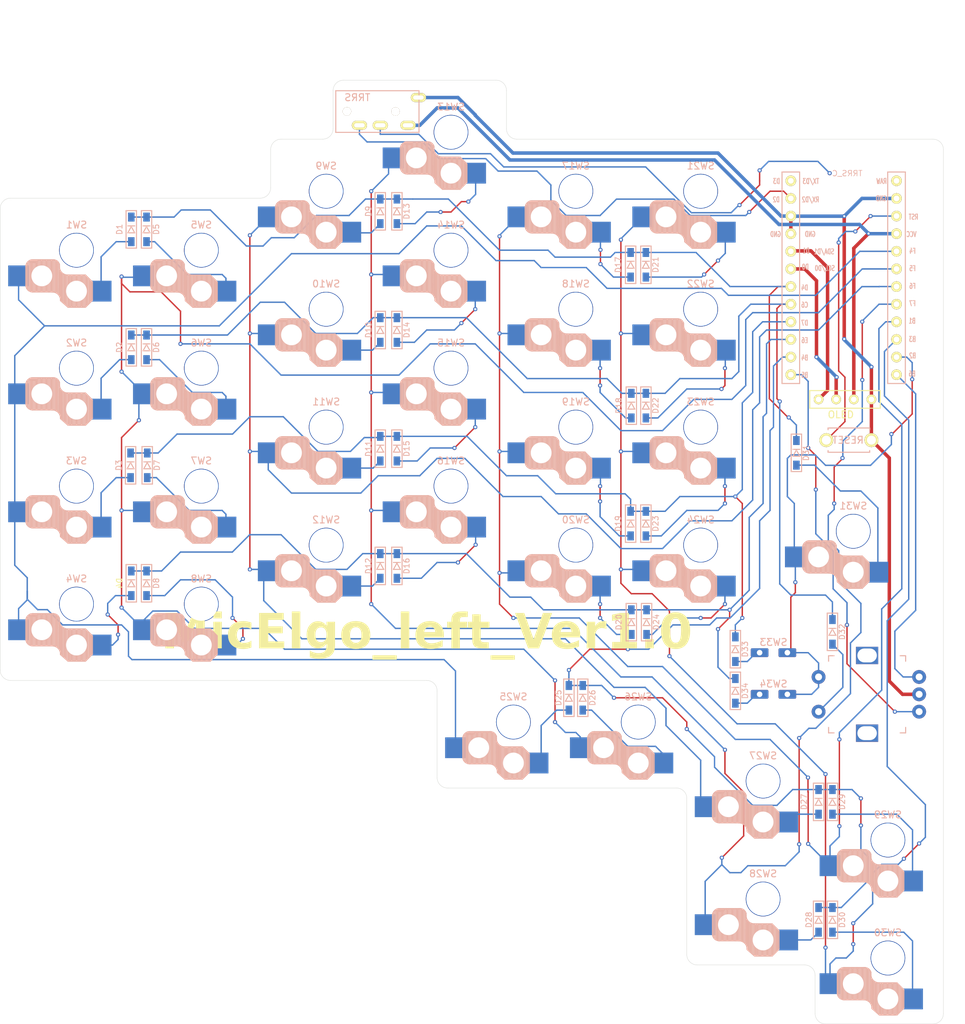
<source format=kicad_pcb>
(kicad_pcb (version 20241229) (generator "pcbnew") (generator_version "9.0")
  (layers (0 "F.Cu" signal) (2 "B.Cu" signal) (13 "F.Paste" user) (15 "B.Paste" user) (5 "F.SilkS" user "F.Silkscreen") (7 "B.SilkS" user "B.Silkscreen") (1 "F.Mask" user) (3 "B.Mask" user) (25 "Edge.Cuts" user))
  (net 0 "")
  (net 1 "Net-(D1-A)")
  (net 2 "row0")
  (net 3 "Net-(D2-A)")
  (net 4 "row2")
  (net 5 "Net-(D3-A)")
  (net 6 "row3")
  (net 7 "Net-(D4-A)")
  (net 8 "Net-(D5-A)")
  (net 9 "Net-(D6-A)")
  (net 10 "Net-(D7-A)")
  (net 11 "Net-(D8-A)")
  (net 12 "Net-(D9-A)")
  (net 13 "Net-(D10-A)")
  (net 14 "Net-(D11-A)")
  (net 15 "Net-(D12-A)")
  (net 16 "Net-(D13-A)")
  (net 17 "Net-(D14-A)")
  (net 18 "Net-(D15-A)")
  (net 19 "Net-(D16-A)")
  (net 20 "Net-(D17-A)")
  (net 21 "Net-(D18-A)")
  (net 22 "Net-(D19-A)")
  (net 23 "Net-(D20-A)")
  (net 24 "Net-(D21-A)")
  (net 25 "Net-(D22-A)")
  (net 26 "Net-(D23-A)")
  (net 27 "Net-(D24-A)")
  (net 28 "Net-(D25-A)")
  (net 29 "Net-(D26-A)")
  (net 30 "Net-(D27-A)")
  (net 31 "Net-(D28-A)")
  (net 32 "Net-(D29-A)")
  (net 33 "Net-(D30-A)")
  (net 34 "Net-(D31-A)")
  (net 35 "Net-(D32-A)")
  (net 36 "DATA")
  (net 37 "GND")
  (net 38 "unconnected-(J1-PadC)")
  (net 39 "VCC")
  (net 40 "SCL")
  (net 41 "SDA")
  (net 42 "col1")
  (net 43 "col2")
  (net 44 "col3")
  (net 45 "roB")
  (net 46 "roA")
  (net 47 "col4")
  (net 48 "col5")
  (net 49 "col6")
  (net 50 "row4")
  (net 51 "RESET")
  (net 53 "col0")
  (net 54 "Net-(D33-A)")
  (net 55 "row1")
  (net 56 "Net-(D34-A)")
  (footprint "kbd_Hole:m2_Screw_Hole" (layer "F.Cu") (at 90 94.2)
    (property "Reference" "Ref**")
    (property "Value" "Val**")
  )
  (footprint "kbd_Parts:TRRS_MJ-4PP-9" (layer "F.Cu") (at 79.5 26 90)
    (property "Reference" "J1")
    (property "Value" "TRRS_MJ-4PP-9(acid_mmVer)" (hide yes))
  )
  (footprint "kbd_Parts:OLED" (layer "F.Cu") (at 143 67.5)
    (property "Reference" "OL1")
    (property "Value" "OLED" (hide yes))
  )
  (footprint "kbd_Hole:m2_Screw_Hole" (layer "F.Cu") (at 135.5 98.3)
    (property "Reference" "Ref**")
    (property "Value" "Val**")
  )
  (footprint "kbd_Parts:ResetSW" (layer "F.Cu") (at 147.37 73.37 180)
    (property "Reference" "SW00" (hide yes))
    (property "Value" "SW_Push")
  )
  (footprint "kbd_Hole:m2_Screw_Hole" (layer "F.Cu") (at 45 54.5)
    (property "Reference" "Ref**")
    (property "Value" "Val**")
  )
  (footprint "kbd_Hole:m2_Screw_Hole" (layer "F.Cu") (at 159.2 139.7)
    (property "Reference" "Ref**")
    (property "Value" "Val**")
  )
  (footprint "kbd_Hole:m2_Screw_Hole" (layer "F.Cu") (at 99 37.4)
    (property "Reference" "Ref**")
    (property "Value" "Val**")
  )
  (footprint "kbd_Hole:m2_Screw_Hole" (layer "F.Cu") (at 45 88.5)
    (property "Reference" "Ref**")
    (property "Value" "Val**")
  )
  (footprint "kbd_Hole:m2_Screw_Hole" (layer "F.Cu") (at 135 46)
    (property "Reference" "Ref**")
    (property "Value" "Val**")
  )
  (footprint "kbd_Hole:m2_Screw_Hole" (layer "F.Cu") (at 127.6 131)
    (property "Reference" "Ref**")
    (property "Value" "Val**")
  )
  (footprint "kbd_Parts:Micon_ProMicro" (layer "F.Cu") (at 147.89 49.208)
    (property "Reference" "U1" (hide yes))
    (property "Value" "ProMicro" (hide yes))
  )
  (footprint "my_foot:Choc_v2_Hotswap_1u_Narrow" (layer "B.Cu") (at 36 80 180)
    (property "Reference" "SW3")
    (property "Value" "SW_Push" (hide yes))
  )
  (footprint "my_foot:Choc_v2_Hotswap_1u_Narrow" (layer "B.Cu") (at 90 46 180)
    (property "Reference" "SW14")
    (property "Value" "SW_Push" (hide yes))
  )
  (footprint "my_foot:Choc_v2_Hotswap_1u_Narrow" (layer "B.Cu") (at 36 97 180)
    (property "Reference" "SW4")
    (property "Value" "SW_Push" (hide yes))
  )
  (footprint "my_foot:Diode_SMD_top" (layer "B.Cu") (at 145 142.5 -90)
    (property "Reference" "D30")
    (property "Value" "D" (hide yes))
  )
  (footprint "kbd_Parts:RotaryEncoder_EC12E" (layer "B.Cu") (at 150 110 180)
    (property "Reference" "SW32")
    (property "Value" "RotaryEncoder_Switch")
  )
  (footprint "my_foot:Diode_SMD_top" (layer "B.Cu") (at 46.2 77 -90)
    (property "Reference" "D7")
    (property "Value" "D" (hide yes))
  )
  (footprint "my_foot:Diode_SMD_top" (layer "B.Cu") (at 46.1 60 -90)
    (property "Reference" "D6")
    (property "Value" "D" (hide yes))
  )
  (footprint "my_foot:Choc_v2_Hotswap_1u_Narrow" (layer "B.Cu") (at 126 54.5 180)
    (property "Reference" "SW22")
    (property "Value" "SW_Push" (hide yes))
  )
  (footprint "my_foot:Diode_SMD_top" (layer "B.Cu") (at 115.9 48.1 -90)
    (property "Reference" "D17")
    (property "Value" "D" (hide yes))
  )
  (footprint "my_foot:Diode_SMD_top" (layer "B.Cu") (at 118.1 48.1 -90)
    (property "Reference" "D21")
    (property "Value" "D" (hide yes))
  )
  (footprint "my_foot:Choc_v2_Hotswap_1u_Narrow" (layer "B.Cu") (at 54 80 180)
    (property "Reference" "SW7")
    (property "Value" "SW_Push" (hide yes))
  )
  (footprint "my_foot:Diode_SMD_top" (layer "B.Cu") (at 79.8 91.5 -90)
    (property "Reference" "D12")
    (property "Value" "D" (hide yes))
  )
  (footprint "my_foot:Choc_v2_Hotswap_1u_Narrow" (layer "B.Cu") (at 108 37.5 180)
    (property "Reference" "SW17")
    (property "Value" "SW_Push" (hide yes))
  )
  (footprint "my_foot:Choc_v2_Hotswap_1u_Narrow" (layer "B.Cu") (at 126 88.5 180)
    (property "Reference" "SW24")
    (property "Value" "SW_Push" (hide yes))
  )
  (footprint "my_foot:Choc_v2_Hotswap_1u_Narrow" (layer "B.Cu") (at 90 80 180)
    (property "Reference" "SW16")
    (property "Value" "SW_Push" (hide yes))
  )
  (footprint "my_foot:Choc_v2_Hotswap_1u_Narrow" (layer "B.Cu") (at 54 97 180)
    (property "Reference" "SW8")
    (property "Value" "SW_Push" (hide yes))
  )
  (footprint "my_foot:Choc_v2_Hotswap_1u_Narrow" (layer "B.Cu") (at 99 114 180)
    (property "Reference" "SW25")
    (property "Value" "SW_Push" (hide yes))
  )
  (footprint "my_foot:Choc_v2_Hotswap_1u_Narrow" (layer "B.Cu") (at 36 63 180)
    (property "Reference" "SW2")
    (property "Value" "SW_Push" (hide yes))
  )
  (footprint "my_foot:Choc_v2_Hotswap_1u_Narrow" (layer "B.Cu") (at 126 37.5 180)
    (property "Reference" "SW21")
    (property "Value" "SW_Push" (hide yes))
  )
  (footprint "my_foot:Choc_v2_Hotswap_1u_Narrow" (layer "B.Cu") (at 108 88.5 180)
    (property "Reference" "SW20")
    (property "Value" "SW_Push" (hide yes))
  )
  (footprint "my_foot:Diode_SMD_top" (layer "B.Cu") (at 43.9 60 -90)
    (property "Reference" "D2")
    (property "Value" "D" (hide yes))
  )
  (footprint "my_foot:Diode_SMD_top" (layer "B.Cu") (at 109 110.5 -90)
    (property "Reference" "D26")
    (property "Value" "D" (hide yes))
  )
  (footprint "my_foot:Choc_v2_Hotswap_1u_Narrow" (layer "B.Cu") (at 135 139.5 180)
    (property "Reference" "SW28")
    (property "Value" "SW_Push" (hide yes))
  )
  (footprint "my_foot:Diode_SMD_top" (layer "B.Cu") (at 43.8 77 -90)
    (property "Reference" "D3")
    (property "Value" "D" (hide yes))
  )
  (footprint "my_foot:Diode_SMD_top" (layer "B.Cu") (at 145 125.5 -90)
    (property "Reference" "D29")
    (property "Value" "D" (hide yes))
  )
  (footprint "my_foot:Diode_SMD_top" (layer "B.Cu") (at 118.2 99.6 -90)
    (property "Reference" "D24")
    (property "Value" "D" (hide yes))
  )
  (footprint "kbd_SW_PCBA:Choc_v2_予備用" (layer "B.Cu") (at 136.5 110 180)
    (property "Reference" "SW34")
    (property "Value" "SW_Push" (hide yes))
  )
  (footprint "my_foot:Choc_v2_Hotswap_1u_Narrow" (layer "B.Cu") (at 108 54.5 180)
    (property "Reference" "SW18")
    (property "Value" "SW_Push" (hide yes))
  )
  (footprint "my_foot:Diode_SMD_top" (layer "B.Cu") (at 143 125.5 -90)
    (property "Reference" "D27")
    (property "Value" "D" (hide yes))
  )
  (footprint "my_foot:Diode_SMD_top" (layer "B.Cu") (at 139.8 75.2 -90)
    (property "Reference" "D31")
    (property "Value" "D" (hide yes))
  )
  (footprint "kbd_SW_PCBA:Choc_v2_予備用" (layer "B.Cu") (at 136.5 104 180)
    (property "Reference" "SW33")
    (property "Value" "SW_Push" (hide yes))
  )
  (footprint "my_foot:Choc_v2_Hotswap_1u_Narrow" (layer "B.Cu") (at 90 29 180)
    (property "Reference" "SW13")
    (property "Value" "SW_Push" (hide yes))
  )
  (footprint "my_foot:Diode_SMD_top" (layer "B.Cu") (at 82.2 91.5 -90)
    (property "Reference" "D16")
    (property "Value" "D" (hide yes))
  )
  (footprint "my_foot:Choc_v2_Hotswap_1u_Narrow" (layer "B.Cu") (at 72 71.5 180)
    (property "Reference" "SW11")
    (property "Value" "SW_Push" (hide yes))
  )
  (footprint "my_foot:Diode_SMD_top" (layer "B.Cu") (at 131 109.5 -90)
    (property "Reference" "D34")
    (property "Value" "D" (hide yes))
  )
  (footprint "my_foot:Choc_v2_Hotswap_1u_Narrow" (layer "B.Cu") (at 72 54.5 180)
    (property "Reference" "SW10")
    (property "Value" "SW_Push" (hide yes))
  )
  (footprint "my_foot:Diode_SMD_top" (layer "B.Cu") (at 43.9 43 -90)
    (property "Reference" "D1")
    (property "Value" "D" (hide yes))
  )
  (footprint "my_foot:Choc_v2_Hotswap_1u_Narrow" (layer "B.Cu") (at 117 114 180)
    (property "Reference" "SW26")
    (property "Value" "SW_Push" (hide yes))
  )
  (footprint "my_foot:Choc_v2_Hotswap_1u_Narrow" (layer "B.Cu") (at 148 86.5 180)
    (property "Reference" "SW31")
    (property "Value" "SW_Push" (hide yes))
  )
  (footprint "my_foot:Diode_SMD_top" (layer "B.Cu") (at 46.1 94 -90)
    (property "Reference" "D8")
    (property "Value" "D" (hide yes))
  )
  (footprint "my_foot:Diode_SMD_top" (layer "B.Cu") (at 131 103.5 -90)
    (property "Reference" "D33")
    (property "Value" "D" (hide yes))
  )
  (footprint "my_foot:Diode_SMD_top" (layer "B.Cu") (at 118.1 68.4 -90)
    (property "Reference" "D22")
    (property "Value" "D" (hide yes))
  )
  (footprint "my_foot:Choc_v2_Hotswap_1u_Narrow" (layer "B.Cu") (at 54 46 180)
    (property "Reference" "SW5")
    (property "Value" "SW_Push" (hide yes))
  )
  (footprint "my_foot:Choc_v2_Hotswap_1u_Narrow" (layer "B.Cu") (at 54 63 180)
    (property "Reference" "SW6")
    (property "Value" "SW_Push" (hide yes))
  )
  (footprint "my_foot:Diode_SMD_top" (layer "B.Cu") (at 145 101 -90)
    (property "Reference" "D32")
    (property "Value" "D" (hide yes))
  )
  (footprint "my_foot:Diode_SMD_top" (layer "B.Cu") (at 116 68.4 -90)
    (property "Reference" "D18")
    (property "Value" "D" (hide yes))
  )
  (footprint "my_foot:Choc_v2_Hotswap_1u_Narrow" (layer "B.Cu") (at 108 71.5 180)
    (property "Reference" "SW19")
    (property "Value" "SW_Push" (hide yes))
  )
  (footprint "my_foot:Choc_v2_Hotswap_1u_Narrow" (layer "B.Cu") (at 153 131 180)
    (property "Reference" "SW29")
    (property "Value" "SW_Push" (hide yes))
  )
  (footprint "my_foot:Diode_SMD_top" (layer "B.Cu") (at 79.8 57.5 -90)
    (property "Reference" "D10")
    (property "Value" "D" (hide yes))
  )
  (footprint "my_foot:Diode_SMD_top" (layer "B.Cu") (at 143 142.5 -90)
    (property "Reference" "D28")
    (property "Value" "D" (hide yes))
  )
  (footprint "my_foot:Diode_SMD_top" (layer "B.Cu") (at 82.2 74.6 -90)
    (property "Reference" "D15")
    (property "Value" "D" (hide yes))
  )
  (footprint "my_foot:Diode_SMD_top" (layer "B.Cu") (at 79.8 74.6 -90)
    (property "Reference" "D11")
    (property "Value" "D" (hide yes))
  )
  (footprint "my_foot:Diode_SMD_top" (layer "B.Cu") (at 115.9 85.4 -90)
    (property "Reference" "D19")
    (property "Value" "D" (hide yes))
  )
  (footprint "my_foot:Choc_v2_Hotswap_1u_Narrow" (layer "B.Cu") (at 72 37.5 180)
    (property "Reference" "SW9")
    (property "Value" "SW_Push" (hide yes))
  )
  (footprint "my_foot:Choc_v2_Hotswap_1u_Narrow" (layer "B.Cu") (at 153 148 180)
    (property "Reference" "SW30")
    (property "Value" "SW_Push" (hide yes))
  )
  (footprint "my_foot:Diode_SMD_top" (layer "B.Cu") (at 79.8 40.4 -90)
    (property "Reference" "D9")
    (property "Value" "D" (hide yes))
  )
  (footprint "my_foot:Diode_SMD_top" (layer "B.Cu") (at 82.2 57.5 -90)
    (property "Reference" "D14")
    (property "Value" "D" (hide yes))
  )
  (footprint "my_foot:Diode_SMD_top" (layer "B.Cu") (at 43.9 94 -90)
    (property "Reference" "D4")
    (property "Value" "D" (hide yes))
  )
  (footprint "my_foot:Choc_v2_Hotswap_1u_Narrow" (layer "B.Cu") (at 135 122.5 180)
    (property "Reference" "SW27")
    (property "Value" "SW_Push" (hide yes))
  )
  (footprint "my_foot:Diode_SMD_top" (layer "B.Cu") (at 107 110.5 -90)
    (property "Reference" "D25")
    (property "Value" "D" (hide yes))
  )
  (footprint "my_foot:Choc_v2_Hotswap_1u_Narrow" (layer "B.Cu") (at 72 88.5 180)
    (property "Reference" "SW12")
    (property "Value" "SW_Push" (hide yes))
  )
  (footprint "my_foot:Choc_v2_Hotswap_1u_Narrow" (layer "B.Cu") (at 126 71.5 180)
    (property "Reference" "SW23")
    (property "Value" "SW_Push" (hide yes))
  )
  (footprint "my_foot:Choc_v2_Hotswap_1u_Narrow" (layer "B.Cu") (at 36 46 180)
    (property "Reference" "SW1")
    (property "Value" "SW_Push" (hide yes))
  )
  (footprint "my_foot:Diode_SMD_top" (layer "B.Cu") (at 46.1 43 -90)
    (property "Reference" "D5")
    (property "Value" "D" (hide yes))
  )
  (footprint "my_foot:Diode_SMD_top" (layer "B.Cu") (at 116 99.6 -90)
    (property "Reference" "D20")
    (property "Value" "D" (hide yes))
  )
  (footprint "my_foot:Diode_SMD_top" (layer "B.Cu") (at 118.1 85.4 -90)
    (property "Reference" "D23")
    (property "Value" "D" (hide yes))
  )
  (footprint "my_foot:Diode_SMD_top" (layer "B.Cu") (at 82.2 40.4 -90)
    (property "Reference" "D13")
    (property "Value" "D" (hide yes))
  )
  (footprint "my_foot:Choc_v2_Hotswap_1u_Narrow" (layer "B.Cu") (at 90 63 180)
    (property "Reference" "SW15")
    (property "Value" "SW_Push" (hide yes))
  )
  (gr_line (start 159.5 157.5) (end 144 157.5) (stroke (width 0.05)) (layer "Edge.Cuts"))
  (gr_arc (start 63.999999 31.499999) (mid 64.439339 30.439339) (end 65.499999 29.999999) (stroke (width 0.05)) (layer "Edge.Cuts"))
  (gr_arc (start 89.499999 123.500001) (mid 88.439339 123.060661) (end 87.999999 122.000001) (stroke (width 0.05)) (layer "Edge.Cuts"))
  (gr_line (start 71.5 30) (end 65.5 30) (stroke (width 0.05)) (layer "Edge.Cuts"))
  (gr_arc (start 26.497254 108) (mid 25.436594 107.56066) (end 24.997254 106.5) (stroke (width 0.05)) (layer "Edge.Cuts"))
  (gr_arc (start 96.5 21.5) (mid 97.56066 21.93934) (end 98 23) (stroke (width 0.05)) (layer "Edge.Cuts"))
  (gr_arc (start 125.5 149) (mid 124.43934 148.56066) (end 124 147.5) (stroke (width 0.05)) (layer "Edge.Cuts"))
  (gr_arc (start 99.499999 30.000001) (mid 98.439339 29.560661) (end 97.999999 28.500001) (stroke (width 0.05)) (layer "Edge.Cuts"))
  (gr_line (start 124 147.5) (end 124 125) (stroke (width 0.05)) (layer "Edge.Cuts"))
  (gr_line (start 122.5 123.499999) (end 89.5 123.499999) (stroke (width 0.05)) (layer "Edge.Cuts"))
  (gr_line (start 88 122) (end 88 109.5) (stroke (width 0.05)) (layer "Edge.Cuts"))
  (gr_line (start 98 28.5) (end 98 23) (stroke (width 0.05)) (layer "Edge.Cuts"))
  (gr_arc (start 64 37) (mid 63.56066 38.06066) (end 62.5 38.5) (stroke (width 0.05)) (layer "Edge.Cuts"))
  (gr_arc (start 24.999999 39.999999) (mid 25.439339 38.939339) (end 26.499999 38.499999) (stroke (width 0.05)) (layer "Edge.Cuts"))
  (gr_line (start 141 149) (end 125.5 149) (stroke (width 0.05)) (layer "Edge.Cuts"))
  (gr_line (start 64 37) (end 64 31.5) (stroke (width 0.05)) (layer "Edge.Cuts"))
  (gr_arc (start 86.5 108) (mid 87.56066 108.43934) (end 88 109.5) (stroke (width 0.05)) (layer "Edge.Cuts"))
  (gr_arc (start 72.999999 22.999999) (mid 73.439339 21.939339) (end 74.499999 21.499999) (stroke (width 0.05)) (layer "Edge.Cuts"))
  (gr_arc (start 159.5 30) (mid 160.56066 30.43934) (end 161 31.5) (stroke (width 0.05)) (layer "Edge.Cuts"))
  (gr_arc (start 73 28.5) (mid 72.56066 29.56066) (end 71.5 30) (stroke (width 0.05)) (layer "Edge.Cuts"))
  (gr_line (start 161 156) (end 161 31.5) (stroke (width 0.05)) (layer "Edge.Cuts"))
  (gr_line (start 159.5 30) (end 99.5 30) (stroke (width 0.05)) (layer "Edge.Cuts"))
  (gr_line (start 73 28.5) (end 73 23) (stroke (width 0.05)) (layer "Edge.Cuts"))
  (gr_arc (start 122.500001 123.499999) (mid 123.560661 123.939339) (end 124.000001 124.999999) (stroke (width 0.05)) (layer "Edge.Cuts"))
  (gr_line (start 96.5 21.5) (end 74.5 21.5) (stroke (width 0.05)) (layer "Edge.Cuts"))
  (gr_line (start 25 40) (end 25 106.5) (stroke (width 0.05)) (layer "Edge.Cuts"))
  (gr_arc (start 141.000001 148.999999) (mid 142.060661 149.439339) (end 142.500001 150.499999) (stroke (width 0.05)) (layer "Edge.Cuts"))
  (gr_line (start 26.5 108) (end 86.5 108) (stroke (width 0.05)) (layer "Edge.Cuts"))
  (gr_arc (start 161 156) (mid 160.56066 157.06066) (end 159.5 157.5) (stroke (width 0.05)) (layer "Edge.Cuts"))
  (gr_line (start 142.5 156) (end 142.5 150.5) (stroke (width 0.05)) (layer "Edge.Cuts"))
  (gr_line (start 62.5 38.5) (end 26.5 38.5) (stroke (width 0.05)) (layer "Edge.Cuts"))
  (gr_arc (start 144 157.5) (mid 142.93934 157.06066) (end 142.5 156) (stroke (width 0.05)) (layer "Edge.Cuts"))
  (gr_text "MicElgo_left_Ver1.0" (at 86.5 101.3 0) (layer "F.SilkS") (effects (font (size 5 5) (thickness 0.6) (bold yes))))
  (gr_text "TRRS_C" (at 149.4 35.4 0) (layer "B.SilkS") (effects (font (size 0.8 0.8) (thickness 0.1)) (justify left bottom mirror)))
  (segment (start 41.725 44.775) (end 39.55 46.95) (width 0.2) (layer "B.Cu") (net 1))
  (segment (start 43.9 44.775) (end 41.725 44.775) (width 0.2) (layer "B.Cu") (net 1))
  (segment (start 39.55 46.95) (end 39.55 51.9) (width 0.2) (layer "B.Cu") (net 1))
  (segment (start 137.16 51.24) (end 139 51.24) (width 0.2) (layer "F.Cu") (net 2))
  (segment (start 135.9 67.4) (end 135.9 52.5) (width 0.2) (layer "F.Cu") (net 2))
  (segment (start 138.7 70.1) (end 138.6 70.1) (width 0.2) (layer "F.Cu") (net 2))
  (segment (start 135.9 52.5) (end 137.16 51.24) (width 0.2) (layer "F.Cu") (net 2))
  (segment (start 138.6 70.1) (end 135.9 67.4) (width 0.2) (layer "F.Cu") (net 2))
  (via (at 138.7 70.1) (size 0.6) (drill 0.3) (layers "F.Cu" "B.Cu") (net 2))
  (segment (start 130.24 51.24) (end 139 51.24) (width 0.2) (layer "B.Cu") (net 2))
  (segment (start 70.6 41) (end 67.4 44.2) (width 0.2) (layer "B.Cu") (net 2))
  (segment (start 84.5 38.625) (end 89.625 38.625) (width 0.2) (layer "B.Cu") (net 2))
  (segment (start 113 47) (end 113.675 46.325) (width 0.2) (layer "B.Cu") (net 2))
  (segment (start 62.9 45.4) (end 60.5 45.4) (width 0.2) (layer "B.Cu") (net 2))
  (segment (start 139.8 71.2) (end 138.7 70.1) (width 0.2) (layer "B.Cu") (net 2))
  (segment (start 43.9 41.225) (end 46.1 41.225) (width 0.2) (layer "B.Cu") (net 2))
  (segment (start 118.1 46.325) (end 125.325 46.325) (width 0.2) (layer "B.Cu") (net 2))
  (segment (start 139.8 73.425) (end 139.8 71.2) (width 0.2) (layer "B.Cu") (net 2))
  (segment (start 97 46) (end 104 46) (width 0.2) (layer "B.Cu") (net 2))
  (segment (start 79.8 38.625) (end 82.2 38.625) (width 0.2) (layer "B.Cu") (net 2))
  (segment (start 118.1 46.325) (end 115.9 46.325) (width 0.2) (layer "B.Cu") (net 2))
  (segment (start 125.325 46.325) (end 130.24 51.24) (width 0.2) (layer "B.Cu") (net 2))
  (segment (start 89.625 38.625) (end 97 46) (width 0.2) (layer "B.Cu") (net 2))
  (segment (start 51.1 40.2) (end 50.075 41.225) (width 0.2) (layer "B.Cu") (net 2))
  (segment (start 50.075 41.225) (end 46.1 41.225) (width 0.2) (layer "B.Cu") (net 2))
  (segment (start 75.3 41) (end 70.6 41) (width 0.2) (layer "B.Cu") (net 2))
  (segment (start 104 46) (end 105 47) (width 0.2) (layer "B.Cu") (net 2))
  (segment (start 60.5 45.4) (end 55.3 40.2) (width 0.2) (layer "B.Cu") (net 2))
  (segment (start 82.2 38.625) (end 84.5 38.625) (width 0.2) (layer "B.Cu") (net 2))
  (segment (start 77.675 38.625) (end 75.3 41) (width 0.2) (layer "B.Cu") (net 2))
  (segment (start 105 47) (end 113 47) (width 0.2) (layer "B.Cu") (net 2))
  (segment (start 79.8 38.625) (end 77.675 38.625) (width 0.2) (layer "B.Cu") (net 2))
  (segment (start 67.4 44.2) (end 64.1 44.2) (width 0.2) (layer "B.Cu") (net 2))
  (segment (start 55.3 40.2) (end 51.1 40.2) (width 0.2) (layer "B.Cu") (net 2))
  (segment (start 113.675 46.325) (end 115.9 46.325) (width 0.2) (layer "B.Cu") (net 2))
  (segment (start 64.1 44.2) (end 62.9 45.4) (width 0.2) (layer "B.Cu") (net 2))
  (segment (start 39.55 64.45) (end 39.55 68.9) (width 0.2) (layer "B.Cu") (net 3))
  (segment (start 42.225 61.775) (end 39.55 64.45) (width 0.2) (layer "B.Cu") (net 3))
  (segment (start 43.9 61.775) (end 42.225 61.775) (width 0.2) (layer "B.Cu") (net 3))
  (segment (start 132 82.5) (end 131 81.5) (width 0.2) (layer "F.Cu") (net 4))
  (segment (start 132 82.9) (end 132 82.5) (width 0.2) (layer "F.Cu") (net 4))
  (segment (start 132 99) (end 132 82.9) (width 0.2) (layer "F.Cu") (net 4))
  (via (at 132 99) (size 0.6) (drill 0.3) (layers "F.Cu" "B.Cu") (net 4))
  (via (at 131 81.5) (size 0.6) (drill 0.3) (layers "F.Cu" "B.Cu") (net 4))
  (segment (start 47.775 75.225) (end 46.2 75.225) (width 0.2) (layer "B.Cu") (net 4))
  (segment (start 58.5 72.5) (end 50.5 72.5) (width 0.2) (layer "B.Cu") (net 4))
  (segment (start 120.875 83.625) (end 123 81.5) (width 0.2) (layer "B.Cu") (net 4))
  (segment (start 132 68) (end 133.5 66.5) (width 0.2) (layer "B.Cu") (net 4))
  (segment (start 50.5 72.5) (end 47.775 75.225) (width 0.2) (layer "B.Cu") (net 4))
  (segment (start 123 81.5) (end 131 81.5) (width 0.2) (layer "B.Cu") (net 4))
  (segment (start 92.325 72.825) (end 98 78.5) (width 0.2) (layer "B.Cu") (net 4))
  (segment (start 118.1 83.625) (end 120.875 83.625) (width 0.2) (layer "B.Cu") (net 4))
  (segment (start 132 80.5) (end 132 68) (width 0.2) (layer "B.Cu") (net 4))
  (segment (start 75.5 75) (end 70.817709 75) (width 0.2) (layer "B.Cu") (net 4))
  (segment (start 77.5 73) (end 75.5 75) (width 0.2) (layer "B.Cu") (net 4))
  (segment (start 79.625 73) (end 77.5 73) (width 0.2) (layer "B.Cu") (net 4))
  (segment (start 115.9 83.625) (end 118.1 83.625) (width 0.2) (layer "B.Cu") (net 4))
  (segment (start 61 70) (end 58.5 72.5) (width 0.2) (layer "B.Cu") (net 4))
  (segment (start 115.9 81.9) (end 115.9 83.625) (width 0.2) (layer "B.Cu") (net 4))
  (segment (start 70.817709 75) (end 65.817709 70) (width 0.2) (layer "B.Cu") (net 4))
  (segment (start 131 100) (end 132 99) (width 0.2) (layer "B.Cu") (net 4))
  (segment (start 79.8 72.825) (end 79.625 73) (width 0.2) (layer "B.Cu") (net 4))
  (segment (start 105.1 81.1) (end 115.1 81.1) (width 0.2) (layer "B.Cu") (net 4))
  (segment (start 134.93 56.32) (end 139 56.32) (width 0.2) (layer "B.Cu") (net 4))
  (segment (start 131 101.725) (end 131 100) (width 0.2) (layer "B.Cu") (net 4))
  (segment (start 82.2 72.825) (end 79.8 72.825) (width 0.2) (layer "B.Cu") (net 4))
  (segment (start 133.5 66.5) (end 133.5 57.75) (width 0.2) (layer "B.Cu") (net 4))
  (segment (start 115.1 81.1) (end 115.9 81.9) (width 0.2) (layer "B.Cu") (net 4))
  (segment (start 43.8 75.225) (end 46.2 75.225) (width 0.2) (layer "B.Cu") (net 4))
  (segment (start 65.817709 70) (end 61 70) (width 0.2) (layer "B.Cu") (net 4))
  (segment (start 131 81.5) (end 132 80.5) (width 0.2) (layer "B.Cu") (net 4))
  (segment (start 102.5 78.5) (end 105.1 81.1) (width 0.2) (layer "B.Cu") (net 4))
  (segment (start 82.2 72.825) (end 92.325 72.825) (width 0.2) (layer "B.Cu") (net 4))
  (segment (start 133.5 57.75) (end 134.93 56.32) (width 0.2) (layer "B.Cu") (net 4))
  (segment (start 98 78.5) (end 102.5 78.5) (width 0.2) (layer "B.Cu") (net 4))
  (segment (start 43.8 78.775) (end 41.725 78.775) (width 0.2) (layer "B.Cu") (net 5))
  (segment (start 39.55 80.95) (end 39.55 85.9) (width 0.2) (layer "B.Cu") (net 5))
  (segment (start 41.725 78.775) (end 39.55 80.95) (width 0.2) (layer "B.Cu") (net 5))
  (segment (start 130.175 98.925) (end 130.175 97.825) (width 0.2) (layer "F.Cu") (net 6))
  (segment (start 128.5 100.6) (end 130.175 98.925) (width 0.2) (layer "F.Cu") (net 6))
  (via (at 130.175 97.825) (size 0.6) (drill 0.3) (layers "F.Cu" "B.Cu") (net 6))
  (via (at 128.5 100.6) (size 0.6) (drill 0.3) (layers "F.Cu" "B.Cu") (net 6))
  (segment (start 135 70) (end 135.5 69.5) (width 0.2) (layer "B.Cu") (net 6))
  (segment (start 82.2 89.725) (end 92.225 89.725) (width 0.2) (layer "B.Cu") (net 6))
  (segment (start 92.225 89.725) (end 98.5 96) (width 0.2) (layer "B.Cu") (net 6))
  (segment (start 51 89.5) (end 48.275 92.225) (width 0.2) (layer "B.Cu") (net 6))
  (segment (start 133 84.5) (end 135 82.5) (width 0.2) (layer "B.Cu") (net 6))
  (segment (start 77.275 89.725) (end 75 92) (width 0.2) (layer "B.Cu") (net 6))
  (segment (start 135.5 59.5) (end 136.14 58.86) (width 0.2) (layer "B.Cu") (net 6))
  (segment (start 135 82.5) (end 135 70) (width 0.2) (layer "B.Cu") (net 6))
  (segment (start 103.325 97.825) (end 116 97.825) (width 0.2) (layer "B.Cu") (net 6))
  (segment (start 75 92) (end 70.5 92) (width 0.2) (layer "B.Cu") (net 6))
  (segment (start 116 97.825) (end 118.2 97.825) (width 0.2) (layer "B.Cu") (net 6))
  (segment (start 60.97475 87) (end 58.47475 89.5) (width 0.2) (layer "B.Cu") (net 6))
  (segment (start 82.2 89.725) (end 79.8 89.725) (width 0.2) (layer "B.Cu") (net 6))
  (segment (start 136.14 58.86) (end 139 58.86) (width 0.2) (layer "B.Cu") (net 6))
  (segment (start 133 95) (end 133 84.5) (width 0.2) (layer "B.Cu") (net 6))
  (segment (start 130.175 97.825) (end 133 95) (width 0.2) (layer "B.Cu") (net 6))
  (segment (start 118.2 97.825) (end 130.175 97.825) (width 0.2) (layer "B.Cu") (net 6))
  (segment (start 65.5 87) (end 60.97475 87) (width 0.2) (layer "B.Cu") (net 6))
  (segment (start 70.5 92) (end 65.5 87) (width 0.2) (layer "B.Cu") (net 6))
  (segment (start 101.5 96) (end 103.325 97.825) (width 0.2) (layer "B.Cu") (net 6))
  (segment (start 128.5 106.1) (end 130.125 107.725) (width 0.2) (layer "B.Cu") (net 6))
  (segment (start 128.5 100.6) (end 128.5 106.1) (width 0.2) (layer "B.Cu") (net 6))
  (segment (start 48.275 92.225) (end 46.1 92.225) (width 0.2) (layer "B.Cu") (net 6))
  (segment (start 135.5 69.5) (end 135.5 59.5) (width 0.2) (layer "B.Cu") (net 6))
  (segment (start 46.1 92.225) (end 43.9 92.225) (width 0.2) (layer "B.Cu") (net 6))
  (segment (start 130.125 107.725) (end 131 107.725) (width 0.2) (layer "B.Cu") (net 6))
  (segment (start 58.47475 89.5) (end 51 89.5) (width 0.2) (layer "B.Cu") (net 6))
  (segment (start 98.5 96) (end 101.5 96) (width 0.2) (layer "B.Cu") (net 6))
  (segment (start 79.8 89.725) (end 77.275 89.725) (width 0.2) (layer "B.Cu") (net 6))
  (segment (start 42 101.399) (end 42 100) (width 0.2) (layer "F.Cu") (net 7))
  (segment (start 42 100) (end 40.5 98.5) (width 0.2) (layer "F.Cu") (net 7))
  (via (at 40.5 98.5) (size 0.6) (drill 0.3) (layers "F.Cu" "B.Cu") (net 7))
  (via (at 42 101.399) (size 0.6) (drill 0.3) (layers "F.Cu" "B.Cu") (net 7))
  (segment (start 41.2 102.9) (end 39.55 102.9) (width 0.2) (layer "B.Cu") (net 7))
  (segment (start 42 102.1) (end 41.2 102.9) (width 0.2) (layer "B.Cu") (net 7))
  (segment (start 40.5 96.9) (end 40.5 98.5) (width 0.2) (layer "B.Cu") (net 7))
  (segment (start 42 101.399) (end 42 102.1) (width 0.2) (layer "B.Cu") (net 7))
  (segment (start 41.625 95.775) (end 40.5 96.9) (width 0.2) (layer "B.Cu") (net 7))
  (segment (start 43.9 95.775) (end 41.625 95.775) (width 0.2) (layer "B.Cu") (net 7))
  (segment (start 57 49.5) (end 52 49.5) (width 0.2) (layer "B.Cu") (net 8))
  (segment (start 57.55 50.05) (end 57 49.5) (width 0.2) (layer "B.Cu") (net 8))
  (segment (start 57.55 51.9) (end 57.55 50.05) (width 0.2) (layer "B.Cu") (net 8))
  (segment (start 47.275 44.775) (end 46.1 44.775) (width 0.2) (layer "B.Cu") (net 8))
  (segment (start 52 49.5) (end 47.275 44.775) (width 0.2) (layer "B.Cu") (net 8))
  (segment (start 47.983854 61.775) (end 46.1 61.775) (width 0.2) (layer "B.Cu") (net 9))
  (segment (start 52.708854 66.5) (end 47.983854 61.775) (width 0.2) (layer "B.Cu") (net 9))
  (segment (start 57.55 67.05) (end 57 66.5) (width 0.2) (layer "B.Cu") (net 9))
  (segment (start 57.55 68.9) (end 57.55 67.05) (width 0.2) (layer "B.Cu") (net 9))
  (segment (start 57 66.5) (end 52.708854 66.5) (width 0.2) (layer "B.Cu") (net 9))
  (segment (start 57.55 85.9) (end 57.55 84.05) (width 0.2) (layer "B.Cu") (net 10))
  (segment (start 47.525 78.775) (end 46.2 78.775) (width 0.2) (layer "B.Cu") (net 10))
  (segment (start 57.55 84.05) (end 57 83.5) (width 0.2) (layer "B.Cu") (net 10))
  (segment (start 52.25 83.5) (end 47.525 78.775) (width 0.2) (layer "B.Cu") (net 10))
  (segment (start 57 83.5) (end 52.25 83.5) (width 0.2) (layer "B.Cu") (net 10))
  (segment (start 60 102) (end 60 100.5) (width 0.2) (layer "F.Cu") (net 11))
  (segment (start 60 100.5) (end 58.5 99) (width 0.2) (layer "F.Cu") (net 11))
  (via (at 58.5 99) (size 0.6) (drill 0.3) (layers "F.Cu" "B.Cu") (net 11))
  (via (at 60 102) (size 0.6) (drill 0.3) (layers "F.Cu" "B.Cu") (net 11))
  (segment (start 51 93.5) (end 48.725 95.775) (width 0.2) (layer "B.Cu") (net 11))
  (segment (start 48.725 95.775) (end 46.1 95.775) (width 0.2) (layer "B.Cu") (net 11))
  (segment (start 57.55 102.9) (end 59.1 102.9) (width 0.2) (layer "B.Cu") (net 11))
  (segment (start 58.5 96) (end 56 93.5) (width 0.2) (layer "B.Cu") (net 11))
  (segment (start 59.1 102.9) (end 60 102) (width 0.2) (layer "B.Cu") (net 11))
  (segment (start 56 93.5) (end 51 93.5) (width 0.2) (layer "B.Cu") (net 11))
  (segment (start 58.5 99) (end 58.5 96) (width 0.2) (layer "B.Cu") (net 11))
  (segment (start 75.65 43.5) (end 75.55 43.4) (width 0.2) (layer "B.Cu") (net 12))
  (segment (start 78.475 43.5) (end 75.65 43.5) (width 0.2) (layer "B.Cu") (net 12))
  (segment (start 79.8 42.175) (end 78.475 43.5) (width 0.2) (layer "B.Cu") (net 12))
  (segment (start 75.55 60.4) (end 78.675 60.4) (width 0.2) (layer "B.Cu") (net 13))
  (segment (start 78.675 60.4) (end 79.8 59.275) (width 0.2) (layer "B.Cu") (net 13))
  (segment (start 75.55 77.4) (end 78.775 77.4) (width 0.2) (layer "B.Cu") (net 14))
  (segment (start 78.775 77.4) (end 79.8 76.375) (width 0.2) (layer "B.Cu") (net 14))
  (segment (start 75.55 94.4) (end 78.675 94.4) (width 0.2) (layer "B.Cu") (net 15))
  (segment (start 78.675 94.4) (end 79.8 93.275) (width 0.2) (layer "B.Cu") (net 15))
  (segment (start 91.5 39) (end 92.5 39) (width 0.2) (layer "F.Cu") (net 16))
  (segment (start 88.5 40.5) (end 90 40.5) (width 0.2) (layer "F.Cu") (net 16))
  (segment (start 90 40.5) (end 91.5 39) (width 0.2) (layer "F.Cu") (net 16))
  (via (at 92.5 39) (size 0.6) (drill 0.3) (layers "F.Cu" "B.Cu") (net 16))
  (via (at 88.5 40.5) (size 0.6) (drill 0.3) (layers "F.Cu" "B.Cu") (net 16))
  (segment (start 88.5 40.5) (end 86.5 40.5) (width 0.2) (layer "B.Cu") (net 16))
  (segment (start 93.55 37.95) (end 92.5 39) (width 0.2) (layer "B.Cu") (net 16))
  (segment (start 84.825 42.175) (end 82.2 42.175) (width 0.2) (layer "B.Cu") (net 16))
  (segment (start 86.5 40.5) (end 84.825 42.175) (width 0.2) (layer "B.Cu") (net 16))
  (segment (start 93.55 34.9) (end 93.55 37.95) (width 0.2) (layer "B.Cu") (net 16))
  (segment (start 93.5 54.5) (end 91.5 56.5) (width 0.2) (layer "F.Cu") (net 17))
  (via (at 91.5 56.5) (size 0.6) (drill 0.3) (layers "F.Cu" "B.Cu") (net 17))
  (via (at 93.5 54.5) (size 0.6) (drill 0.3) (layers "F.Cu" "B.Cu") (net 17))
  (segment (start 84.725 59.275) (end 82.2 59.275) (width 0.2) (layer "B.Cu") (net 17))
  (segment (start 90.5 57.5) (end 86.5 57.5) (width 0.2) (layer "B.Cu") (net 17))
  (segment (start 91.5 56.5) (end 90.5 57.5) (width 0.2) (layer "B.Cu") (net 17))
  (segment (start 93.5 51.95) (end 93.55 51.9) (width 0.2) (layer "B.Cu") (net 17))
  (segment (start 93.5 54.5) (end 93.5 51.95) (width 0.2) (layer "B.Cu") (net 17))
  (segment (start 86.5 57.5) (end 84.725 59.275) (width 0.2) (layer "B.Cu") (net 17))
  (segment (start 93.5 71.5) (end 90.5 74.5) (width 0.2) (layer "F.Cu") (net 18))
  (via (at 90.5 74.5) (size 0.6) (drill 0.3) (layers "F.Cu" "B.Cu") (net 18))
  (via (at 93.5 71.5) (size 0.6) (drill 0.3) (layers "F.Cu" "B.Cu") (net 18))
  (segment (start 93.5 68.95) (end 93.5 71.5) (width 0.2) (layer "B.Cu") (net 18))
  (segment (start 85.125 76.375) (end 82.2 76.375) (width 0.2) (layer "B.Cu") (net 18))
  (segment (start 90.5 74.5) (end 87 74.5) (width 0.2) (layer "B.Cu") (net 18))
  (segment (start 93.55 68.9) (end 93.5 68.95) (width 0.2) (layer "B.Cu") (net 18))
  (segment (start 87 74.5) (end 85.125 76.375) (width 0.2) (layer "B.Cu") (net 18))
  (segment (start 93.55 88.45) (end 91 91) (width 0.2) (layer "F.Cu") (net 19))
  (via (at 93.55 88.45) (size 0.6) (drill 0.3) (layers "F.Cu" "B.Cu") (net 19))
  (via (at 91 91) (size 0.6) (drill 0.3) (layers "F.Cu" "B.Cu") (net 19))
  (segment (start 93.55 85.9) (end 93.55 88.45) (width 0.2) (layer "B.Cu") (net 19))
  (segment (start 93.55 88.45) (end 93.5 88.5) (width 0.2) (layer "B.Cu") (net 19))
  (segment (start 91 91) (end 88 91) (width 0.2) (layer "B.Cu") (net 19))
  (segment (start 85.725 93.275) (end 82.2 93.275) (width 0.2) (layer "B.Cu") (net 19))
  (segment (start 88 91) (end 85.725 93.275) (width 0.2) (layer "B.Cu") (net 19))
  (segment (start 111.55 45.95) (end 111.55 48) (width 0.2) (layer "F.Cu") (net 20))
  (via (at 111.55 48) (size 0.6) (drill 0.3) (layers "F.Cu" "B.Cu") (net 20))
  (via (at 111.55 45.95) (size 0.6) (drill 0.3) (layers "F.Cu" "B.Cu") (net 20))
  (segment (start 111.55 43.4) (end 111.55 45.95) (width 0.2) (layer "B.Cu") (net 20))
  (segment (start 113.425 49.875) (end 115.9 49.875) (width 0.2) (layer "B.Cu") (net 20))
  (segment (start 111.55 48) (end 113.425 49.875) (width 0.2) (layer "B.Cu") (net 20))
  (segment (start 111.5 63) (end 111.5 65.5) (width 0.2) (layer "F.Cu") (net 21))
  (via (at 111.5 65.5) (size 0.6) (drill 0.3) (layers "F.Cu" "B.Cu") (net 21))
  (via (at 111.5 63) (size 0.6) (drill 0.3) (layers "F.Cu" "B.Cu") (net 21))
  (segment (start 111.5 60.45) (end 111.5 63) (width 0.2) (layer "B.Cu") (net 21))
  (segment (start 115.175 70.175) (end 116 70.175) (width 0.2) (layer "B.Cu") (net 21))
  (segment (start 111.55 60.4) (end 111.5 60.45) (width 0.2) (layer "B.Cu") (net 21))
  (segment (start 111.5 65.5) (end 111.5 66.5) (width 0.2) (layer "B.Cu") (net 21))
  (segment (start 111.5 66.5) (end 115.175 70.175) (width 0.2) (layer "B.Cu") (net 21))
  (segment (start 111.5 80) (end 111.5 82.2) (width 0.2) (layer "F.Cu") (net 22))
  (via (at 111.5 80) (size 0.6) (drill 0.3) (layers "F.Cu" "B.Cu") (net 22))
  (via (at 111.5 82.2) (size 0.6) (drill 0.3) (layers "F.Cu" "B.Cu") (net 22))
  (segment (start 111.5 82.2) (end 111.5 84.4) (width 0.2) (layer "B.Cu") (net 22))
  (segment (start 114.275 87.175) (end 115.9 87.175) (width 0.2) (layer "B.Cu") (net 22))
  (segment (start 111.55 79.95) (end 111.5 80) (width 0.2) (layer "B.Cu") (net 22))
  (segment (start 111.5 84.4) (end 114.275 87.175) (width 0.2) (layer "B.Cu") (net 22))
  (segment (start 111.55 77.4) (end 111.55 79.95) (width 0.2) (layer "B.Cu") (net 22))
  (segment (start 111.5 97) (end 111.5 99) (width 0.2) (layer "F.Cu") (net 23))
  (via (at 111.5 97) (size 0.6) (drill 0.3) (layers "F.Cu" "B.Cu") (net 23))
  (via (at 111.5 99) (size 0.6) (drill 0.3) (layers "F.Cu" "B.Cu") (net 23))
  (segment (start 111.5 99) (end 113.875 101.375) (width 0.2) (layer "B.Cu") (net 23))
  (segment (start 113.875 101.375) (end 116 101.375) (width 0.2) (layer "B.Cu") (net 23))
  (segment (start 111.5 94.45) (end 111.55 94.4) (width 0.2) (layer "B.Cu") (net 23))
  (segment (start 111.5 97) (end 111.5 94.45) (width 0.2) (layer "B.Cu") (net 23))
  (segment (start 126.5 49.5) (end 128.5 47.5) (width 0.2) (layer "F.Cu") (net 24))
  (via (at 126.5 49.5) (size 0.6) (drill 0.3) (layers "F.Cu" "B.Cu") (net 24))
  (via (at 128.5 47.5) (size 0.6) (drill 0.3) (layers "F.Cu" "B.Cu") (net 24))
  (segment (start 128.5 47.5) (end 129.55 46.45) (width 0.2) (layer "B.Cu") (net 24))
  (segment (start 126.5 49.5) (end 126.125 49.875) (width 0.2) (layer "B.Cu") (net 24))
  (segment (start 126.125 49.875) (end 118.1 49.875) (width 0.2) (layer "B.Cu") (net 24))
  (segment (start 129.55 46.45) (end 129.55 43.4) (width 0.2) (layer "B.Cu") (net 24))
  (segment (start 129.5 65.5) (end 129 66) (width 0.2) (layer "F.Cu") (net 25))
  (segment (start 129.5 63) (end 129.5 65.5) (width 0.2) (layer "F.Cu") (net 25))
  (via (at 129 66) (size 0.6) (drill 0.3) (layers "F.Cu" "B.Cu") (net 25))
  (via (at 129.5 63) (size 0.6) (drill 0.3) (layers "F.Cu" "B.Cu") (net 25))
  (segment (start 129 66) (end 124 66) (width 0.2) (layer "B.Cu") (net 25))
  (segment (start 129.55 60.4) (end 129.55 62.95) (width 0.2) (layer "B.Cu") (net 25))
  (segment (start 119.825 70.175) (end 118.1 70.175) (width 0.2) (layer "B.Cu") (net 25))
  (segment (start 124 66) (end 119.825 70.175) (width 0.2) (layer "B.Cu") (net 25))
  (segment (start 129.55 62.95) (end 129.5 63) (width 0.2) (layer "B.Cu") (net 25))
  (segment (start 129.5 80) (end 129.5 82.5) (width 0.2) (layer "F.Cu") (net 26))
  (via (at 129.5 82.5) (size 0.6) (drill 0.3) (layers "F.Cu" "B.Cu") (net 26))
  (via (at 129.5 80) (size 0.6) (drill 0.3) (layers "F.Cu" "B.Cu") (net 26))
  (segment (start 128.5 83.5) (end 124 83.5) (width 0.2) (layer "B.Cu") (net 26))
  (segment (start 129.5 82.5) (end 128.5 83.5) (width 0.2) (layer "B.Cu") (net 26))
  (segment (start 124 83.5) (end 120.325 87.175) (width 0.2) (layer "B.Cu") (net 26))
  (segment (start 129.5 77.45) (end 129.55 77.4) (width 0.2) (layer "B.Cu") (net 26))
  (segment (start 120.325 87.175) (end 118.1 87.175) (width 0.2) (layer "B.Cu") (net 26))
  (segment (start 129.5 80) (end 129.5 77.45) (width 0.2) (layer "B.Cu") (net 26))
  (segment (start 127.5 99) (end 126 99) (width 0.2) (layer "F.Cu") (net 27))
  (segment (start 129.5 97) (end 127.5 99) (width 0.2) (layer "F.Cu") (net 27))
  (via (at 129.5 97) (size 0.6) (drill 0.3) (layers "F.Cu" "B.Cu") (net 27))
  (via (at 126 99) (size 0.6) (drill 0.3) (layers "F.Cu" "B.Cu") (net 27))
  (segment (start 129.5 94.45) (end 129.55 94.4) (width 0.2) (layer "B.Cu") (net 27))
  (segment (start 119.025 101.375) (end 118.2 101.375) (width 0.2) (layer "B.Cu") (net 27))
  (segment (start 129.5 97) (end 129.5 94.45) (width 0.2) (layer "B.Cu") (net 27))
  (segment (start 126 99) (end 121.4 99) (width 0.2) (layer "B.Cu") (net 27))
  (segment (start 121.4 99) (end 119.025 101.375) (width 0.2) (layer "B.Cu") (net 27))
  (segment (start 107 112.275) (end 105.225 112.275) (width 0.2) (layer "B.Cu") (net 28))
  (segment (start 105.225 112.275) (end 103 114.5) (width 0.2) (layer "B.Cu") (net 28))
  (segment (start 103 119.45) (end 102.55 119.9) (width 0.2) (layer "B.Cu") (net 28))
  (segment (start 103 114.5) (end 103 119.45) (width 0.2) (layer "B.Cu") (net 28))
  (segment (start 119.5 117.5) (end 120.55 118.55) (width 0.2) (layer "B.Cu") (net 29))
  (segment (start 110.275 112.275) (end 115.5 117.5) (width 0.2) (layer "B.Cu") (net 29))
  (segment (start 120.55 118.55) (end 120.55 119.9) (width 0.2) (layer "B.Cu") (net 29))
  (segment (start 115.5 117.5) (end 119.5 117.5) (width 0.2) (layer "B.Cu") (net 29))
  (segment (start 109 112.275) (end 110.275 112.275) (width 0.2) (layer "B.Cu") (net 29))
  (segment (start 139.675 127.275) (end 138.55 128.4) (width 0.2) (layer "B.Cu") (net 30))
  (segment (start 143 127.275) (end 139.675 127.275) (width 0.2) (layer "B.Cu") (net 30))
  (segment (start 138.55 145.4) (end 141.875 145.4) (width 0.2) (layer "B.Cu") (net 31))
  (segment (start 141.875 145.4) (end 143 144.275) (width 0.2) (layer "B.Cu") (net 31))
  (segment (start 145 127.275) (end 154.275 127.275) (width 0.2) (layer "B.Cu") (net 32))
  (segment (start 156.55 129.55) (end 156.55 136.9) (width 0.2) (layer "B.Cu") (net 32))
  (segment (start 154.275 127.275) (end 156.55 129.55) (width 0.2) (layer "B.Cu") (net 32))
  (segment (start 145 144.275) (end 155.275 144.275) (width 0.2) (layer "B.Cu") (net 33))
  (segment (start 156.55 145.55) (end 156.55 153.9) (width 0.2) (layer "B.Cu") (net 33))
  (segment (start 155.275 144.275) (end 156.55 145.55) (width 0.2) (layer "B.Cu") (net 33))
  (segment (start 151.55 92.4) (end 151.55 83.15) (width 0.2) (layer "B.Cu") (net 34))
  (segment (start 142.425 76.975) (end 139.8 76.975) (width 0.2) (layer "B.Cu") (net 34))
  (segment (start 146.15 80.7) (end 142.425 76.975) (width 0.2) (layer "B.Cu") (net 34))
  (segment (start 151.55 83.15) (end 149.1 80.7) (width 0.2) (layer "B.Cu") (net 34))
  (segment (start 149.1 80.7) (end 146.15 80.7) (width 0.2) (layer "B.Cu") (net 34))
  (segment (start 146.5 104.275) (end 146.5 109) (width 0.2) (layer "B.Cu") (net 35))
  (segment (start 146.5 109) (end 143 112.5) (width 0.2) (layer "B.Cu") (net 35))
  (segment (start 145 102.775) (end 146.5 104.275) (width 0.2) (layer "B.Cu") (net 35))
  (segment (start 133 40.5) (end 136 37.5) (width 0.2) (layer "F.Cu") (net 36))
  (segment (start 136 37.5) (end 137.96 37.5) (width 0.2) (layer "F.Cu") (net 36))
  (segment (start 137.96 37.5) (end 139 38.54) (width 0.2) (layer "F.Cu") (net 36))
  (via (at 133 40.5) (size 0.6) (drill 0.3) (layers "F.Cu" "B.Cu") (net 36))
  (segment (start 85.9 30.4) (end 77.9 30.4) (width 0.2) (layer "B.Cu") (net 36))
  (segment (start 106.6 41) (end 104.4 38.8) (width 0.2) (layer "B.Cu") (net 36))
  (segment (start 77.9 30.4) (end 76.8 29.3) (width 0.2) (layer "B.Cu") (net 36))
  (segment (start 122.139502 38.639502) (end 113.860498 38.639502) (width 0.2) (layer "B.Cu") (net 36))
  (segment (start 88.3 32.8) (end 85.9 30.4) (width 0.2) (layer "B.Cu") (net 36))
  (segment (start 102.4 34.6) (end 96.8 34.6) (width 0.2) (layer "B.Cu") (net 36))
  (segment (start 113.860498 38.639502) (end 111.5 41) (width 0.2) (layer "B.Cu") (net 36))
  (segment (start 96.8 34.6) (end 95 32.8) (width 0.2) (layer "B.Cu") (net 36))
  (segment (start 95 32.8) (end 88.3 32.8) (width 0.2) (layer "B.Cu") (net 36))
  (segment (start 132.5 41) (end 124.5 41) (width 0.2) (layer "B.Cu") (net 36))
  (segment (start 104.4 36.6) (end 102.4 34.6) (width 0.2) (layer "B.Cu") (net 36))
  (segment (start 76.8 29.3) (end 76.8 28) (width 0.2) (layer "B.Cu") (net 36))
  (segment (start 124.5 41) (end 122.139502 38.639502) (width 0.2) (layer "B.Cu") (net 36))
  (segment (start 111.5 41) (end 106.6 41) (width 0.2) (layer "B.Cu") (net 36))
  (segment (start 104.4 38.8) (end 104.4 36.6) (width 0.2) (layer "B.Cu") (net 36))
  (segment (start 133 40.5) (end 132.5 41) (width 0.2) (layer "B.Cu") (net 36))
  (segment (start 76.8 28) (end 76.3 28) (width 0.2) (layer "B.Cu") (net 36))
  (segment (start 153.2 75.95) (end 153.2 108.1) (width 0.5) (layer "F.Cu") (net 37))
  (segment (start 155.1 110) (end 157.5 110) (width 0.5) (layer "F.Cu") (net 37))
  (segment (start 150.62 67.5) (end 150.62 62.82) (width 0.5) (layer "F.Cu") (net 37))
  (segment (start 153.2 108.1) (end 155.1 110) (width 0.5) (layer "F.Cu") (net 37))
  (segment (start 146.7 58.8) (end 146.7 41.1) (width 0.5) (layer "F.Cu") (net 37))
  (segment (start 150.62 67.5) (end 150.62 73.37) (width 0.5) (layer "F.Cu") (net 37))
  (segment (start 139 41.08) (end 139 43.62) (width 0.5) (layer "F.Cu") (net 37))
  (segment (start 150.62 62.82) (end 150.6 62.8) (width 0.5) (layer "F.Cu") (net 37))
  (segment (start 150.62 73.37) (end 153.2 75.95) (width 0.5) (layer "F.Cu") (net 37))
  (via (at 146.7 58.8) (size 0.6) (drill 0.3) (layers "F.Cu" "B.Cu") (net 37))
  (via (at 146.7 41.1) (size 0.6) (drill 0.3) (layers "F.Cu" "B.Cu") (net 37))
  (via (at 150.62 62.82) (size 0.6) (drill 0.3) (layers "F.Cu" "B.Cu") (net 37))
  (segment (start 93.5 26.5) (end 93.5 26.562074) (width 0.5) (layer "B.Cu") (net 37))
  (segment (start 93.5 26.562074) (end 98.937926 32) (width 0.5) (layer "B.Cu") (net 37))
  (segment (start 137.58 41.08) (end 139 41.08) (width 0.5) (layer "B.Cu") (net 37))
  (segment (start 139.02 41.1) (end 146.7 41.1) (width 0.5) (layer "B.Cu") (net 37))
  (segment (start 84.8 24) (end 91 24) (width 0.5) (layer "B.Cu") (net 37))
  (segment (start 146.7 41.1) (end 149.26 38.54) (width 0.5) (layer "B.Cu") (net 37))
  (segment (start 149.26 38.54) (end 154.24 38.54) (width 0.5) (layer "B.Cu") (net 37))
  (segment (start 146.7 58.9) (end 146.7 58.8) (width 0.5) (layer "B.Cu") (net 37))
  (segment (start 91 24) (end 93.5 26.5) (width 0.5) (layer "B.Cu") (net 37))
  (segment (start 150.62 62.82) (end 146.7 58.9) (width 0.5) (layer "B.Cu") (net 37))
  (segment (start 98.937926 32) (end 128.5 32) (width 0.5) (layer "B.Cu") (net 37))
  (segment (start 139 41.08) (end 139.02 41.1) (width 0.5) (layer "B.Cu") (net 37))
  (segment (start 128.5 32) (end 137.58 41.08) (width 0.5) (layer "B.Cu") (net 37))
  (segment (start 134.5 36.6) (end 134.5 36) (width 0.2) (layer "F.Cu") (net 38))
  (segment (start 131.6 39.5) (end 134.5 36.6) (width 0.2) (layer "F.Cu") (net 38))
  (segment (start 134.5 36) (end 134.5 34.5) (width 0.2) (layer "F.Cu") (net 38))
  (via (at 134.5 34.5) (size 0.6) (drill 0.3) (layers "F.Cu" "B.Cu") (net 38))
  (via (at 144.6 34.9) (size 0.6) (drill 0.3) (layers "F.Cu" "B.Cu") (net 38))
  (via (at 131.6 39.5) (size 0.6) (drill 0.3) (layers "F.Cu" "B.Cu") (net 38))
  (segment (start 130.401 40.599) (end 131.5 39.5) (width 0.2) (layer "B.Cu") (net 38))
  (segment (start 136.6 33.2) (end 142.9 33.2) (width 0.2) (layer "B.Cu") (net 38))
  (segment (start 118.0671 34) (end 124.6661 40.599) (width 0.2) (layer "B.Cu") (net 38))
  (segment (start 95.699 32.099) (end 97.6 34) (width 0.2) (layer "B.Cu") (net 38))
  (segment (start 79.8 28.5) (end 79.8 29.3) (width 0.2) (layer "B.Cu") (net 38))
  (segment (start 85.3671 29.3) (end 88.1661 32.099) (width 0.2) (layer "B.Cu") (net 38))
  (segment (start 88.1661 32.099) (end 95.699 32.099) (width 0.2) (layer "B.Cu") (net 38))
  (segment (start 135.8 33.2) (end 136.6 33.2) (width 0.2) (layer "B.Cu") (net 38))
  (segment (start 79.3 28) (end 79.8 28.5) (width 0.2) (layer "B.Cu") (net 38))
  (segment (start 134.5 34.5) (end 135.8 33.2) (width 0.2) (layer "B.Cu") (net 38))
  (segment (start 97.6 34) (end 118.0671 34) (width 0.2) (layer "B.Cu") (net 38))
  (segment (start 124.6661 40.599) (end 130.401 40.599) (width 0.2) (layer "B.Cu") (net 38))
  (segment (start 142.9 33.2) (end 144.6 34.9) (width 0.2) (layer "B.Cu") (net 38))
  (segment (start 79.8 29.3) (end 85.3671 29.3) (width 0.2) (layer "B.Cu") (net 38))
  (segment (start 150.2 43.6) (end 148.08 45.72) (width 0.5) (layer "F.Cu") (net 39))
  (segment (start 148.08 45.72) (end 148.08 67.5) (width 0.5) (layer "F.Cu") (net 39))
  (via (at 150.2 43.6) (size 0.6) (drill 0.3) (layers "F.Cu" "B.Cu") (net 39))
  (segment (start 128 33) (end 137.293 42.293) (width 0.5) (layer "B.Cu") (net 39))
  (segment (start 91 25.5) (end 98.5 33) (width 0.5) (layer "B.Cu") (net 39))
  (segment (start 88 25.5) (end 91 25.5) (width 0.5) (layer "B.Cu") (net 39))
  (segment (start 137.293 42.293) (end 148.893 42.293) (width 0.5) (layer "B.Cu") (net 39))
  (segment (start 150.2 43.6) (end 150.22 43.62) (width 0.5) (layer "B.Cu") (net 39))
  (segment (start 98.5 33) (end 128 33) (width 0.5) (layer "B.Cu") (net 39))
  (segment (start 148.893 42.293) (end 150.2 43.6) (width 0.5) (layer "B.Cu") (net 39))
  (segment (start 85.5 28) (end 88 25.5) (width 0.5) (layer "B.Cu") (net 39))
  (segment (start 154.24 43.62) (end 150.22 43.62) (width 0.5) (layer "B.Cu") (net 39))
  (segment (start 83.3 28) (end 85.5 28) (width 0.5) (layer "B.Cu") (net 39))
  (segment (start 142.7 61.4) (end 142.7 50.4) (width 0.5) (layer "F.Cu") (net 40))
  (segment (start 142.7 50.4) (end 141 48.7) (width 0.5) (layer "F.Cu") (net 40))
  (segment (start 145.54 67.5) (end 145.54 64.36) (width 0.5) (layer "F.Cu") (net 40))
  (segment (start 141 48.7) (end 139 48.7) (width 0.5) (layer "F.Cu") (net 40))
  (segment (start 145.54 64.36) (end 145.6 64.3) (width 0.5) (layer "F.Cu") (net 40))
  (via (at 142.7 61.4) (size 0.6) (drill 0.3) (layers "F.Cu" "B.Cu") (net 40))
  (via (at 145.6 64.3) (size 0.6) (drill 0.3) (layers "F.Cu" "B.Cu") (net 40))
  (segment (start 145.6 64.3) (end 142.7 61.4) (width 0.5) (layer "B.Cu") (net 40))
  (segment (start 141.9 46.1) (end 139.06 46.1) (width 0.5) (layer "F.Cu") (net 41))
  (segment (start 139.06 46.1) (end 139 46.16) (width 0.5) (layer "F.Cu") (net 41))
  (segment (start 143 67.5) (end 144.3 66.2) (width 0.5) (layer "F.Cu") (net 41))
  (segment (start 144.3 48.5) (end 141.9 46.1) (width 0.5) (layer "F.Cu") (net 41))
  (segment (start 144.3 66.2) (end 144.3 48.5) (width 0.5) (layer "F.Cu") (net 41))
  (segment (start 42.5 49.8) (end 42.5 63.5) (width 0.2) (layer "F.Cu") (net 42))
  (segment (start 51 54.8) (end 51 59.5) (width 0.2) (layer "F.Cu") (net 42))
  (segment (start 42.5 49.8) (end 42.5 50.8) (width 0.2) (layer "F.Cu") (net 42))
  (segment (start 42.5 50.8) (end 43.7 52) (width 0.2) (layer "F.Cu") (net 42))
  (segment (start 42.5 73) (end 45 70.5) (width 0.2) (layer "F.Cu") (net 42))
  (segment (start 105 114) (end 105 108) (width 0.2) (layer "F.Cu") (net 42))
  (segment (start 42.5 83.5) (end 42.5 73) (width 0.2) (layer "F.Cu") (net 42))
  (segment (start 43.7 52) (end 48.2 52) (width 0.2) (layer "F.Cu") (net 42))
  (segment (start 48.2 52) (end 51 54.8) (width 0.2) (layer "F.Cu") (net 42))
  (segment (start 42.5 83.5) (end 42.5 97.5) (width 0.2) (layer "F.Cu") (net 42))
  (via (at 51 59.5) (size 0.6) (drill 0.3) (layers "F.Cu" "B.Cu") (net 42))
  (via (at 42.5 49.8) (size 0.6) (drill 0.3) (layers "F.Cu" "B.Cu") (net 42))
  (via (at 42.5 63.5) (size 0.6) (drill 0.3) (layers "F.Cu" "B.Cu") (net 42))
  (via (at 42.5 97.5) (size 0.6) (drill 0.3) (layers "F.Cu" "B.Cu") (net 42))
  (via (at 105 114) (size 0.6) (drill 0.3) (layers "F.Cu" "B.Cu") (net 42))
  (via (at 45 70.5) (size 0.6) (drill 0.3) (layers "F.Cu" "B.Cu") (net 42))
  (via (at 105 108) (size 0.6) (drill 0.3) (layers "F.Cu" "B.Cu") (net 42))
  (via (at 42.5 83.5) (size 0.6) (drill 0.3) (layers "F.Cu" "B.Cu") (net 42))
  (segment (start 149.3 48.7) (end 143 55) (width 0.2) (layer "B.Cu") (net 42))
  (segment (start 42.6 49.9) (end 45.45 49.9) (width 0.2) (layer "B.Cu") (net 42))
  (segment (start 120.5 72) (end 114.5 72) (width 0.2) (layer "B.Cu") (net 42))
  (segment (start 154.24 48.7) (end 149.3 48.7) (width 0.2) (layer "B.Cu") (net 42))
  (segment (start 108 115.5) (end 106.5 115.5) (width 0.2) (layer "B.Cu") (net 42))
  (segment (start 93.5 59.5) (end 87 59.5) (width 0.2) (layer "B.Cu") (net 42))
  (segment (start 108.65 116.15) (end 108 115.5) (width 0.2) (layer "B.Cu") (net 42))
  (segment (start 45 100.05) (end 45.65 100.7) (width 0.2) (layer "B.Cu") (net 42))
  (segment (start 45.5 83.5) (end 45.65 83.65) (width 0.2) (layer "B.Cu") (net 42))
  (segment (start 65.5 64) (end 61 59.5) (width 0.2) (layer "B.Cu") (net 42))
  (segment (start 45 67.35) (end 45.65 66.7) (width 0.2) (layer "B.Cu") (net 42))
  (segment (start 105 108) (end 100.5 103.5) (width 0.2) (layer "B.Cu") (net 42))
  (segment (start 114.5 72) (end 109 66.5) (width 0.2) (layer "B.Cu") (net 42))
  (segment (start 130.5 67.5) (end 125 67.5) (width 0.2) (layer "B.Cu") (net 42))
  (segment (start 45 84.35) (end 45.65 83.7) (width 0.2) (layer "B.Cu") (net 42))
  (segment (start 125 67.5) (end 120.5 72) (width 0.2) (layer "B.Cu") (net 42))
  (segment (start 45 70.5) (end 45 67.35) (width 0.2) (layer "B.Cu") (net 42))
  (segment (start 108.65 117.7) (end 108.65 116.15) (width 0.2) (layer "B.Cu") (net 42))
  (segment (start 109 66.5) (end 100.5 66.5) (width 0.2) (layer "B.Cu") (net 42))
  (segment (start 50.5 98) (end 47 98) (width 0.2) (layer "B.Cu") (net 42))
  (segment (start 100.5 66.5) (end 93.5 59.5) (width 0.2) (layer "B.Cu") (net 42))
  (segment (start 42.5 49.8) (end 42.6 49.9) (width 0.2) (layer "B.Cu") (net 42))
  (segment (start 132.5 56) (end 132.5 65.5) (width 0.2) (layer "B.Cu") (net 42))
  (segment (start 87 59.5) (end 82.5 64) (width 0.2) (layer "B.Cu") (net 42))
  (segment (start 132.5 65.5) (end 130.5 67.5) (width 0.2) (layer "B.Cu") (net 42))
  (segment (start 45.45 49.9) (end 45.65 49.7) (width 0.2) (layer "B.Cu") (net 42))
  (segment (start 45.65 83.65) (end 45.65 83.7) (width 0.2) (layer "B.Cu") (net 42))
  (segment (start 143 55) (end 133.5 55) (width 0.2) (layer "B.Cu") (net 42))
  (segment (start 42.5 97.5) (end 45 100) (width 0.2) (layer "B.Cu") (net 42))
  (segment (start 45.65 66.65) (end 45.65 66.7) (width 0.2) (layer "B.Cu") (net 42))
  (segment (start 42.5 83.5) (end 45.5 83.5) (width 0.2) (layer "B.Cu") (net 42))
  (segment (start 133.5 55) (end 132.5 56) (width 0.2) (layer "B.Cu") (net 42))
  (segment (start 66 103.5) (end 63 100.5) (width 0.2) (layer "B.Cu") (net 42))
  (segment (start 100.5 103.5) (end 66 103.5) (width 0.2) (layer "B.Cu") (net 42))
  (segment (start 63 100.5) (end 53 100.5) (width 0.2) (layer "B.Cu") (net 42))
  (segment (start 53 100.5) (end 50.5 98) (width 0.2) (layer "B.Cu") (net 42))
  (segment (start 45 100) (end 45 100.05) (width 0.2) (layer "B.Cu") (net 42))
  (segment (start 47 98) (end 45 100) (width 0.2) (layer "B.Cu") (net 42))
  (segment (start 61 59.5) (end 51 59.5) (width 0.2) (layer "B.Cu") (net 42))
  (segment (start 82.5 64) (end 65.5 64) (width 0.2) (layer "B.Cu") (net 42))
  (segment (start 42.5 63.5) (end 45.65 66.65) (width 0.2) (layer "B.Cu") (net 42))
  (segment (start 106.5 115.5) (end 105 114) (width 0.2) (layer "B.Cu") (net 42))
  (segment (start 61 75) (end 61 92) (width 0.2) (layer "F.Cu") (net 43))
  (segment (start 61 58) (end 61 75) (width 0.2) (layer "F.Cu") (net 43))
  (segment (start 61 43.85) (end 61 58) (width 0.2) (layer "F.Cu") (net 43))
  (via (at 61 43.85) (size 0.6) (drill 0.3) (layers "F.Cu" "B.Cu") (net 43))
  (via (at 61 75) (size 0.6) (drill 0.3) (layers "F.Cu" "B.Cu") (net 43))
  (via (at 61 58) (size 0.6) (drill 0.3) (layers "F.Cu" "B.Cu") (net 43))
  (via (at 61 92) (size 0.6) (drill 0.3) (layers "F.Cu" "B.Cu") (net 43))
  (segment (start 63 92.85) (end 63 96.5) (width 0.2) (layer "B.Cu") (net 43))
  (segment (start 120.5 89) (end 114.5 89) (width 0.2) (layer "B.Cu") (net 43))
  (segment (start 97.5 81.5) (end 92 76) (width 0.2) (layer "B.Cu") (net 43))
  (segment (start 118 109) (end 121 112) (width 0.2) (layer "B.Cu") (net 43))
  (segment (start 151.75 51.25) (end 149.25 51.25) (width 0.2) (layer "B.Cu") (net 43))
  (segment (start 113.5 109) (end 118 109) (width 0.2) (layer "B.Cu") (net 43))
  (segment (start 154.24 51.24) (end 151.76 51.24) (width 0.2) (layer "B.Cu") (net 43))
  (segment (start 106.5 102) (end 113.5 109) (width 0.2) (layer "B.Cu") (net 43))
  (segment (start 105.5 84) (end 103 81.5) (width 0.2) (layer "B.Cu") (net 43))
  (segment (start 85.5 78.5) (end 79.5 78.5) (width 0.2) (layer "B.Cu") (net 43))
  (segment (start 133.5 69) (end 133.5 82) (width 0.2) (layer "B.Cu") (net 43))
  (segment (start 88 76) (end 85.5 78.5) (width 0.2) (layer "B.Cu") (net 43))
  (segment (start 63.45 92) (end 63.65 92.2) (width 0.2) (layer "B.Cu") (net 43))
  (segment (start 130.5 85) (end 124.5 85) (width 0.2) (layer "B.Cu") (net 43))
  (segment (start 68.5 102) (end 106.5 102) (width 0.2) (layer "B.Cu") (net 43))
  (segment (start 149.25 51.25) (end 143 57.5) (width 0.2) (layer "B.Cu") (net 43))
  (segment (start 61 58) (end 63.5 58) (width 0.2) (layer "B.Cu") (net 43))
  (segment (start 61 75) (end 63.45 75) (width 0.2) (layer "B.Cu") (net 43))
  (segment (start 121 112) (end 121 114.5) (width 0.2) (layer "B.Cu") (net 43))
  (segment (start 126 125.55) (end 126.65 126.2) (width 0.2) (layer "B.Cu") (net 43))
  (segment (start 63 96.5) (end 68.5 102) (width 0.2) (layer "B.Cu") (net 43))
  (segment (start 77 81) (end 67 81) (width 0.2) (layer "B.Cu") (net 43))
  (segment (start 79.5 78.5) (end 77 81) (width 0.2) (layer "B.Cu") (net 43))
  (segment (start 103 81.5) (end 97.5 81.5) (width 0.2) (layer "B.Cu") (net 43))
  (segment (start 135.5 57.5) (end 134.5 58.5) (width 0.2) (layer "B.Cu") (net 43))
  (segment (start 134.5 58.5) (end 134.5 68) (width 0.2) (layer "B.Cu") (net 43))
  (segment (start 61 92) (end 63.45 92) (width 0.2) (layer "B.Cu") (net 43))
  (segment (start 151.76 51.24) (end 151.75 51.25) (width 0.2) (layer "B.Cu") (net 43))
  (segment (start 63.65 77.65) (end 63.65 75.2) (width 0.2) (layer "B.Cu") (net 43))
  (segment (start 134.5 68) (end 133.5 69) (width 0.2) (layer "B.Cu") (net 43))
  (segment (start 114.5 89) (end 109.5 84) (width 0.2) (layer "B.Cu") (net 43))
  (segment (start 124.5 85) (end 120.5 89) (width 0.2) (layer "B.Cu") (net 43))
  (segment (start 63.65 41.2) (end 61 43.85) (width 0.2) (layer "B.Cu") (net 43))
  (segment (start 121 114.5) (end 126 119.5) (width 0.2) (layer "B.Cu") (net 43))
  (segment (start 109.5 84) (end 105.5 84) (width 0.2) (layer "B.Cu") (net 43))
  (segment (start 133.5 82) (end 130.5 85) (width 0.2) (layer "B.Cu") (net 43))
  (segment (start 63.45 75) (end 63.65 75.2) (width 0.2) (layer "B.Cu") (net 43))
  (segment (start 63.65 92.2) (end 63 92.85) (width 0.2) (layer "B.Cu") (net 43))
  (segment (start 63.65 75.15) (end 63.65 75.35) (width 0.2) (layer "B.Cu") (net 43))
  (segment (start 143 57.5) (end 135.5 57.5) (width 0.2) (layer "B.Cu") (net 43))
  (segment (start 126 119.5) (end 126 125.55) (width 0.2) (layer "B.Cu") (net 43))
  (segment (start 92 76) (end 88 76) (width 0.2) (layer "B.Cu") (net 43))
  (segment (start 67 81) (end 63.65 77.65) (width 0.2) (layer "B.Cu") (net 43))
  (segment (start 149.3 56.3) (end 149.3 64.7) (width 0.2) (layer "F.Cu") (net 44))
  (segment (start 132.2 130.4) (end 132.2 124.1) (width 0.2) (layer "F.Cu") (net 44))
  (segment (start 78.5 66.5) (end 78.5 49.5) (width 0.2) (layer "F.Cu") (net 44))
  (segment (start 145.249 82.5) (end 145.249 77.249) (width 0.2) (layer "F.Cu") (net 44))
  (segment (start 140.2 131.6) (end 140.2 116.3) (width 0.2) (layer "F.Cu") (net 44))
  (segment (start 78.5 97) (end 78.5 83.5) (width 0.2) (layer "F.Cu") (net 44))
  (segment (start 146.45 76.048) (end 146.45 75.95) (width 0.2) (layer "F.Cu") (net 44))
  (segment (start 78.5 49.5) (end 78.5 37.5) (width 0.2) (layer "F.Cu") (net 44))
  (segment (start 78.5 66.5) (end 78.5 83.5) (width 0.2) (layer "F.Cu") (net 44))
  (segment (start 129.05 133.55) (end 132.2 130.4) (width 0.2) (layer "F.Cu") (net 44))
  (segment (start 129.5 121.4) (end 129.5 118) (width 0.2) (layer "F.Cu") (net 44))
  (segment (start 132.2 124.1) (end 129.5 121.4) (width 0.2) (layer "F.Cu") (net 44))
  (segment (start 145.249 77.249) (end 146.45 76.048) (width 0.2) (layer "F.Cu") (net 44))
  (via (at 78.5 66.5) (size 0.6) (drill 0.3) (layers "F.Cu" "B.Cu") (net 44))
  (via (at 78.5 37.5) (size 0.6) (drill 0.3) (layers "F.Cu" "B.Cu") (net 44))
  (via (at 145.249 82.5) (size 0.6) (drill 0.3) (layers "F.Cu" "B.Cu") (net 44))
  (via (at 146.45 75.95) (size 0.6) (drill 0.3) (layers "F.Cu" "B.Cu") (net 44))
  (via (at 78.5 83.5) (size 0.6) (drill 0.3) (layers "F.Cu" "B.Cu") (net 44))
  (via (at 149.3 64.7) (size 0.6) (drill 0.3) (layers "F.Cu" "B.Cu") (net 44))
  (via (at 140.2 131.6) (size 0.6) (drill 0.3) (layers "F.Cu" "B.Cu") (net 44))
  (via (at 140.2 116.3) (size 0.6) (drill 0.3) (layers "F.Cu" "B.Cu") (net 44))
  (via (at 129.5 118) (size 0.6) (drill 0.3) (layers "F.Cu" "B.Cu") (net 44))
  (via (at 78.5 97) (size 0.6) (drill 0.3) (layers "F.Cu" "B.Cu") (net 44))
  (via (at 149.3 56.3) (size 0.6) (drill 0.3) (layers "F.Cu" "B.Cu") (net 44))
  (via (at 129.05 133.55) (size 0.6) (drill 0.3) (layers "F.Cu" "B.Cu") (net 44))
  (via (at 78.5 49.5) (size 0.6) (drill 0.3) (layers "F.Cu" "B.Cu") (net 44))
  (segment (start 141.6 114.9) (end 140.2 116.3) (width 0.2) (layer "B.Cu") (net 44))
  (segment (start 146.45 75.95) (end 146.5 75.9) (width 0.2) (layer "B.Cu") (net 44))
  (segment (start 78.5 83.5) (end 81.45 83.5) (width 0.2) (layer "B.Cu") (net 44))
  (segment (start 129.05 134.55) (end 129.05 133.55) (width 0.2) (layer "B.Cu") (net 44))
  (segment (start 149.1 101.1) (end 147.6 102.6) (width 0.2) (layer "B.Cu") (net 44))
  (segment (start 78.5 37.5) (end 81 35) (width 0.2) (layer "B.Cu") (net 44))
  (segment (start 126.65 136.95) (end 129 134.6) (width 0.2) (layer "B.Cu") (net 44))
  (segment (start 149.3 56.2) (end 151.72 53.78) (width 0.2) (layer "B.Cu") (net 44))
  (segment (start 126 142.55) (end 126.65 143.2) (width 0.2) (layer "B.Cu") (net 44))
  (segment (start 144.4 84.2) (end 144.4 87.8) (width 0.2) (layer "B.Cu") (net 44))
  (segment (start 149.1 96.9) (end 149.1 101.1) (width 0.2) (layer "B.Cu") (net 44))
  (segment (start 149.3 56.3) (end 149.3 56.2) (width 0.2) (layer "B.Cu") (net 44))
  (segment (start 78.5 66.5) (end 81.45 66.5) (width 0.2) (layer "B.Cu") (net 44))
  (segment (start 140.2 132.7) (end 138.2 134.7) (width 0.2) (layer "B.Cu") (net 44))
  (segment (start 107.5 100.5) (end 82 100.5) (width 0.2) (layer "B.Cu") (net 44))
  (segment (start 151.72 53.78) (end 154.24 53.78) (width 0.2) (layer "B.Cu") (net 44))
  (segment (start 142.6 114.9) (end 141.6 114.9) (width 0.2) (layer "B.Cu") (net 44))
  (segment (start 81 84.35) (end 81.65 83.7) (width 0.2) (layer "B.Cu") (net 44))
  (segment (start 81 33.35) (end 81.65 32.7) (width 0.2) (layer "B.Cu") (net 44))
  (segment (start 147.6 102.6) (end 147.6 109.9) (width 0.2) (layer "B.Cu") (net 44))
  (segment (start 129 134.6) (end 129.05 134.55) (width 0.2) (layer "B.Cu") (net 44))
  (segment (start 81.45 49.5) (end 81.65 49.7) (width 0.2) (layer "B.Cu") (net 44))
  (segment (start 81.65 83.65) (end 81.65 83.7) (width 0.2) (layer "B.Cu") (net 44))
  (segment (start 147.6 109.9) (end 142.6 114.9) (width 0.2) (layer "B.Cu") (net 44))
  (segment (start 82 100.5) (end 78.5 97) (width 0.2) (layer "B.Cu") (net 44))
  (segment (start 146.5 75.9) (end 146.5 73.5) (width 0.2) (layer "B.Cu") (net 44))
  (segment (start 145.9 89.3) (end 145.9 93.7) (width 0.2) (layer "B.Cu") (net 44))
  (segment (start 145.249 83.351) (end 144.4 84.2) (width 0.2) (layer "B.Cu") (net 44))
  (segment (start 149.3 70.7) (end 149.3 64.7) (width 0.2) (layer "B.Cu") (net 44))
  (segment (start 146.5 73.5) (end 149.3 70.7) (width 0.2) (layer "B.Cu") (net 44))
  (segment (start 81.45 83.5) (end 81.65 83.7) (width 0.2) (layer "B.Cu") (net 44))
  (segment (start 132.8 134.7) (end 131.8 135.7) (width 0.2) (layer "B.Cu") (net 44))
  (segment (start 81.45 66.5) (end 81.65 66.7) (width 0.2) (layer "B.Cu") (net 44))
  (segment (start 140.2 131.6) (end 140.2 132.7) (width 0.2) (layer "B.Cu") (net 44))
  (segment (start 126.65 143.2) (end 126.65 136.95) (width 0.2) (layer "B.Cu") (net 44))
  (segment (start 81 35) (end 81 33.35) (width 0.2) (layer "B.Cu") (net 44))
  (segment (start 145.9 93.7) (end 149.1 96.9) (width 0.2) (layer "B.Cu") (net 44))
  (segment (start 78.5 49.5) (end 81.45 49.5) (width 0.2) (layer "B.Cu") (net 44))
  (segment (start 145.249 82.5) (end 145.249 83.351) (width 0.2) (layer "B.Cu") (net 44))
  (segment (start 119 107.5) (end 114.5 107.5) (width 0.2) (layer "B.Cu") (net 44))
  (segment (start 138.2 134.7) (end 132.8 134.7) (width 0.2) (layer "B.Cu") (net 44))
  (segment (start 129.5 118) (end 119 107.5) (width 0.2) (layer "B.Cu") (net 44))
  (segment (start 129.1 134.6) (end 129 134.6) (width 0.2) (layer "B.Cu") (net 44))
  (segment (start 114.5 107.5) (end 107.5 100.5) (width 0.2) (layer "B.Cu") (net 44))
  (segment (start 81 66) (end 81 67.5) (width 0.2) (layer "B.Cu") (net 44))
  (segment (start 130.2 135.7) (end 129.1 134.6) (width 0.2) (layer "B.Cu") (net 44))
  (segment (start 81 85) (end 81 84.35) (width 0.2) (layer "B.Cu") (net 44))
  (segment (start 144.4 87.8) (end 145.9 89.3) (width 0.2) (layer "B.Cu") (net 44))
  (segment (start 131.8 135.7) (end 130.2 135.7) (width 0.2) (layer "B.Cu") (net 44))
  (segment (start 142.6 80.5) (end 142.6 75.6) (width 0.2) (layer "F.Cu") (net 45))
  (segment (start 147.1 105.3) (end 147.1 100) (width 0.2) (layer "F.Cu") (net 45))
  (segment (start 147.1 105.6) (end 147.1 105.3) (width 0.2) (layer "F.Cu") (net 45))
  (segment (start 142.6 75.6) (end 141.5 74.5) (width 0.2) (layer "F.Cu") (net 45))
  (segment (start 154 112.5) (end 147.1 105.6) (width 0.2) (layer "F.Cu") (net 45))
  (via (at 154 112.5) (size 0.6) (drill 0.3) (layers "F.Cu" "B.Cu") (net 45))
  (via (at 147.1 100) (size 0.6) (drill 0.3) (layers "F.Cu" "B.Cu") (net 45))
  (via (at 142.6 80.5) (size 0.6) (drill 0.3) (layers "F.Cu" "B.Cu") (net 45))
  (via (at 141.5 74.5) (size 0.6) (drill 0.3) (layers "F.Cu" "B.Cu") (net 45))
  (segment (start 141.5 74.5) (end 141.5 64.9) (width 0.2) (layer "B.Cu") (net 45))
  (segment (start 140.54 63.94) (end 139 63.94) (width 0.2) (layer "B.Cu") (net 45))
  (segment (start 147.1 96.8) (end 145.1 94.8) (width 0.2) (layer "B.Cu") (net 45))
  (segment (start 145.1 89.3671) (end 142.6 86.8671) (width 0.2) (layer "B.Cu") (net 45))
  (segment (start 141.5 64.9) (end 140.54 63.94) (width 0.2) (layer "B.Cu") (net 45))
  (segment (start 145.1 94.8) (end 145.1 89.3671) (width 0.2) (layer "B.Cu") (net 45))
  (segment (start 147.1 100) (end 147.1 96.8) (width 0.2) (layer "B.Cu") (net 45))
  (segment (start 157.5 112.5) (end 154 112.5) (width 0.2) (layer "B.Cu") (net 45))
  (segment (start 142.6 80.5) (end 142.6 86.8671) (width 0.2) (layer "B.Cu") (net 45))
  (segment (start 157 66.7) (end 154.24 63.94) (width 0.2) (layer "B.Cu") (net 46))
  (segment (start 154 100.9) (end 157 97.9) (width 0.2) (layer "B.Cu") (net 46))
  (segment (start 155.2 107.5) (end 154 106.3) (width 0.2) (layer "B.Cu") (net 46))
  (segment (start 157.5 107.5) (end 155.2 107.5) (width 0.2) (layer "B.Cu") (net 46))
  (segment (start 157 97.9) (end 157 66.7) (width 0.2) (layer "B.Cu") (net 46))
  (segment (start 154 106.3) (end 154 100.9) (width 0.2) (layer "B.Cu") (net 46))
  (segment (start 141.5 124.079814) (end 141.5 131.55) (width 0.2) (layer "F.Cu") (net 47))
  (segment (start 99 99) (end 97 97) (width 0.2) (layer "F.Cu") (net 47))
  (segment (start 141.4759 122) (end 141.4759 124.055714) (width 0.2) (layer "F.Cu") (net 47))
  (segment (start 97 97) (end 97 92.5) (width 0.2) (layer "F.Cu") (net 47))
  (segment (start 97 58) (end 97 75) (width 0.2) (layer "F.Cu") (net 47))
  (segment (start 146 116.5) (end 146 129) (width 0.2) (layer "F.Cu") (net 47))
  (segment (start 97 92.5) (end 97 75) (width 0.2) (layer "F.Cu") (net 47))
  (segment (start 97 58) (end 97 44) (width 0.2) (layer "F.Cu") (net 47))
  (segment (start 141.4759 124.055714) (end 141.5 124.079814) (width 0.2) (layer "F.Cu") (net 47))
  (via (at 97 75) (size 0.6) (drill 0.3) (layers "F.Cu" "B.Cu") (net 47))
  (via (at 97 44) (size 0.6) (drill 0.3) (layers "F.Cu" "B.Cu") (net 47))
  (via (at 97 58) (size 0.6) (drill 0.3) (layers "F.Cu" "B.Cu") (net 47))
  (via (at 97 92.5) (size 0.6) (drill 0.3) (layers "F.Cu" "B.Cu") (net 47))
  (via (at 141.5 131.55) (size 0.6) (drill 0.3) (layers "F.Cu" "B.Cu") (net 47))
  (via (at 99 99) (size 0.6) (drill 0.3) (layers "F.Cu" "B.Cu") (net 47))
  (via (at 146 129) (size 0.6) (drill 0.3) (layers "F.Cu" "B.Cu") (net 47))
  (via (at 146 116.5) (size 0.6) (drill 0.3) (layers "F.Cu" "B.Cu") (net 47))
  (via (at 141.4759 122) (size 0.6) (drill 0.3) (layers "F.Cu" "B.Cu") (net 47))
  (segment (start 141.4759 122) (end 141.4759 121.9759) (width 0.2) (layer "B.Cu") (net 47))
  (segment (start 141.4759 121.9759) (end 136 116.5) (width 0.2) (layer "B.Cu") (net 47))
  (segment (start 99.65 75.35) (end 99.65 75.15) (width 0.2) (layer "B.Cu") (net 47))
  (segment (start 97 75) (end 99.45 75) (width 0.2) (layer "B.Cu") (net 47))
  (segment (start 151.7 67.8) (end 151.7 57.3) (width 0.2) (layer "B.Cu") (net 47))
  (segment (start 146 116.5) (end 146 115.5) (width 0.2) (layer "B.Cu") (net 47))
  (segment (start 97 92.5) (end 99.35 92.5) (width 0.2) (layer "B.Cu") (net 47))
  (segment (start 152.1 97.7) (end 155 94.8) (width 0.2) (layer "B.Cu") (net 47))
  (segment (start 141.5 131.55) (end 144.65 134.7) (width 0.2) (layer "B.Cu") (net 47))
  (segment (start 146 115.5) (end 152.1 109.4) (width 0.2) (layer "B.Cu") (net 47))
  (segment (start 146 130.5) (end 144.65 131.85) (width 0.2) (layer "B.Cu") (net 47))
  (segment (start 155 94.8) (end 155 71.1) (width 0.2) (layer "B.Cu") (net 47))
  (segment (start 99.35 92.5) (end 99.65 92.2) (width 0.2) (layer "B.Cu") (net 47))
  (segment (start 108.5 99) (end 99 99) (width 0.2) (layer "B.Cu") (net 47))
  (segment (start 131 116.5) (end 120.5 106) (width 0.2) (layer "B.Cu") (net 47))
  (segment (start 99.45 75) (end 99.65 75.2) (width 0.2) (layer "B.Cu") (net 47))
  (segment (start 99.45 58) (end 99.65 58.2) (width 0.2) (layer "B.Cu") (net 47))
  (segment (start 151.7 57.3) (end 152.68 56.32) (width 0.2) (layer "B.Cu") (net 47))
  (segment (start 136 116.5) (end 131 116.5) (width 0.2) (layer "B.Cu") (net 47))
  (segment (start 144.65 131.85) (end 144.65 134.7) (width 0.2) (layer "B.Cu") (net 47))
  (segment (start 155 71.1) (end 151.7 67.8) (width 0.2) (layer "B.Cu") (net 47))
  (segment (start 99.65 41.2) (end 97 43.85) (width 0.2) (layer "B.Cu") (net 47))
  (segment (start 152.68 56.32) (end 154.24 56.32) (width 0.2) (layer "B.Cu") (net 47))
  (segment (start 120.5 106) (end 115.5 106) (width 0.2) (layer "B.Cu") (net 47))
  (segment (start 99 57.55) (end 99 59) (width 0.2) (layer "B.Cu") (net 47))
  (segment (start 97 43.85) (end 97 44) (width 0.2) (layer "B.Cu") (net 47))
  (segment (start 97 58) (end 99.45 58) (width 0.2) (layer "B.Cu") (net 47))
  (segment (start 115.5 106) (end 108.5 99) (width 0.2) (layer "B.Cu") (net 47))
  (segment (start 146 129) (end 146 130.5) (width 0.2) (layer "B.Cu") (net 47))
  (segment (start 152.1 109.4) (end 152.1 97.7) (width 0.2) (layer "B.Cu") (net 47))
  (segment (start 155.3 133.7) (end 157.5 131.5) (width 0.2) (layer "F.Cu") (net 48))
  (segment (start 114.5 44.65) (end 114.5 58) (width 0.2) (layer "F.Cu") (net 48))
  (segment (start 119 95.5) (end 121.5 98) (width 0.2) (layer "F.Cu") (net 48))
  (segment (start 121.5 98) (end 121.5 104.5) (width 0.2) (layer "F.Cu") (net 48))
  (segment (start 116 95.5) (end 119 95.5) (width 0.2) (layer "F.Cu") (net 48))
  (segment (start 114.5 94) (end 116 95.5) (width 0.2) (layer "F.Cu") (net 48))
  (segment (start 114.5 92) (end 114.5 94) (width 0.2) (layer "F.Cu") (net 48))
  (segment (start 148 146) (end 148 143) (width 0.2) (layer "F.Cu") (net 48))
  (segment (start 114.5 75) (end 114.5 92) (width 0.2) (layer "F.Cu") (net 48))
  (segment (start 114.5 58) (end 114.5 75) (width 0.2) (layer "F.Cu") (net 48))
  (segment (start 144 121.5) (end 144 146.5) (width 0.2) (layer "F.Cu") (net 48))
  (via (at 157.5 131.5) (size 0.6) (drill 0.3) (layers "F.Cu" "B.Cu") (net 48))
  (via (at 114.5 58) (size 0.6) (drill 0.3) (layers "F.Cu" "B.Cu") (net 48))
  (via (at 144 121.5) (size 0.6) (drill 0.3) (layers "F.Cu" "B.Cu") (net 48))
  (via (at 148 143) (size 0.6) (drill 0.3) (layers "F.Cu" "B.Cu") (net 48))
  (via (at 155.3 133.7) (size 0.6) (drill 0.3) (layers "F.Cu" "B.Cu") (net 48))
  (via (at 121.5 104.5) (size 0.6) (drill 0.3) (layers "F.Cu" "B.Cu") (net 48))
  (via (at 114.5 44.5) (size 0.6) (drill 0.3) (layers "F.Cu" "B.Cu") (net 48))
  (via (at 114.5 75) (size 0.6) (drill 0.3) (layers "F.Cu" "B.Cu") (net 48))
  (via (at 148 146) (size 0.6) (drill 0.3) (layers "F.Cu" "B.Cu") (net 48))
  (via (at 114.5 92) (size 0.6) (drill 0.3) (layers "F.Cu" "B.Cu") (net 48))
  (via (at 144 146.5) (size 0.6) (drill 0.3) (layers "F.Cu" "B.Cu") (net 48))
  (segment (start 158.4 125.9) (end 152.9 120.4) (width 0.2) (layer "B.Cu") (net 48))
  (segment (start 154.5 134.5) (end 155.3 133.7) (width 0.2) (layer "B.Cu") (net 48))
  (segment (start 152.9 99.4) (end 156 96.3) (width 0.2) (layer "B.Cu") (net 48))
  (segment (start 152.9 120.4) (end 152.9 99.4) (width 0.2) (layer "B.Cu") (net 48))
  (segment (start 156 96.3) (end 156 70.5) (width 0.2) (layer "B.Cu") (net 48))
  (segment (start 114.5 44.5) (end 114.5 44.35) (width 0.2) (layer "B.Cu") (net 48))
  (segment (start 136.75 114.25) (end 131.25 114.25) (width 0.2) (layer "B.Cu") (net 48))
  (segment (start 144 151.05) (end 144.65 151.7) (width 0.2) (layer "B.Cu") (net 48))
  (segment (start 114.5 58) (end 117.45 58) (width 0.2) (layer "B.Cu") (net 48))
  (segment (start 117.45 75) (end 117.65 75.2) (width 0.2) (layer "B.Cu") (net 48))
  (segment (start 117.45 92) (end 117.65 92.2) (width 0.2) (layer "B.Cu") (net 48))
  (segment (start 148 143) (end 150.8 140.2) (width 0.2) (layer "B.Cu") (net 48))
  (segment (start 157.5 131.5) (end 158.4 130.6) (width 0.2) (layer "B.Cu") (net 48))
  (segment (start 145.5 148) (end 147 148) (width 0.2) (layer "B.Cu") (net 48))
  (segment (start 152.5 67) (end 152.5 60.6) (width 0.2) (layer "B.Cu") (net 48))
  (segment (start 152.5 60.6) (end 154.24 58.86) (width 0.2) (layer "B.Cu") (net 48))
  (segment (start 114.5 75) (end 117.45 75) (width 0.2) (layer "B.Cu") (net 48))
  (segment (start 144.65 151.7) (end 144.65 148.85) (width 0.2) (layer "B.Cu") (net 48))
  (segment (start 144 121.5) (end 136.75 114.25) (width 0.2) (layer "B.Cu") (net 48))
  (segment (start 144.65 148.85) (end 145.5 148) (width 0.2) (layer "B.Cu") (net 48))
  (segment (start 158.4 130.6) (end 158.4 125.9) (width 0.2) (layer "B.Cu") (net 48))
  (segment (start 150.8 135.8) (end 152.1 134.5) (width 0.2) (layer "B.Cu") (net 48))
  (segment (start 147 148) (end 148 147) (width 0.2) (layer "B.Cu") (net 48))
  (segment (start 114.5 44.35) (end 117.65 41.2) (width 0.2) (layer "B.Cu") (net 48))
  (segment (start 148 147) (end 148 146) (width 0.2) (layer "B.Cu") (net 48))
  (segment (start 152.1 134.5) (end 154.5 134.5) (width 0.2) (layer "B.Cu") (net 48))
  (segment (start 117 91.55) (end 117.65 92.2) (width 0.2) (layer "B.Cu") (net 48))
  (segment (start 150.8 140.2) (end 150.8 135.8) (width 0.2) (layer "B.Cu") (net 48))
  (segment (start 117.65 41.2) (end 117 41.85) (width 0.2) (layer "B.Cu") (net 48))
  (segment (start 117.45 58) (end 117.65 58.2) (width 0.2) (layer "B.Cu") (net 48))
  (segment (start 156 70.5) (end 152.5 67) (width 0.2) (layer "B.Cu") (net 48))
  (segment (start 131.25 114.25) (end 121.5 104.5) (width 0.2) (layer "B.Cu") (net 48))
  (segment (start 114.5 92) (end 117.45 92) (width 0.2) (layer "B.Cu") (net 48))
  (segment (start 144 146.5) (end 144 151.05) (width 0.2) (layer "B.Cu") (net 48))
  (segment (start 156.5 69.6) (end 153.5 72.6) (width 0.2) (layer "F.Cu") (net 49))
  (segment (start 156.5 64.6) (end 156.5 69.6) (width 0.2) (layer "F.Cu") (net 49))
  (segment (start 139.65 93.85) (end 139.65 95.35) (width 0.2) (layer "F.Cu") (net 49))
  (segment (start 139.65 95.35) (end 139 96) (width 0.2) (layer "F.Cu") (net 49))
  (segment (start 139 96) (end 139 104) (width 0.2) (layer "F.Cu") (net 49))
  (via (at 139.65 93.85) (size 0.6) (drill 0.3) (layers "F.Cu" "B.Cu") (net 49))
  (via (at 156.5 64.6) (size 0.6) (drill 0.3) (layers "F.Cu" "B.Cu") (net 49))
  (via (at 153.5 72.5) (size 0.6) (drill 0.3) (layers "F.Cu" "B.Cu") (net 49))
  (segment (start 155.7 61.4) (end 156.5 62.2) (width 0.2) (layer "B.Cu") (net 49))
  (segment (start 141.5 104) (end 143 105.5) (width 0.2) (layer "B.Cu") (net 49))
  (segment (start 138.5 81.5) (end 139.5 82.5) (width 0.2) (layer "B.Cu") (net 49))
  (segment (start 139.5 90.05) (end 139.65 90.2) (width 0.2) (layer "B.Cu") (net 49))
  (segment (start 153.5 72.5) (end 153.5 74) (width 0.2) (layer "B.Cu") (net 49))
  (segment (start 139.5 82.5) (end 139.5 90.05) (width 0.2) (layer "B.Cu") (net 49))
  (segment (start 150.5 77) (end 144.00855 77) (width 0.2) (layer "B.Cu") (net 49))
  (segment (start 154.24 61.4) (end 155.7 61.4) (width 0.2) (layer "B.Cu") (net 49))
  (segment (start 142.50855 75.5) (end 139 75.5) (width 0.2) (layer "B.Cu") (net 49))
  (segment (start 153.5 74) (end 150.5 77) (width 0.2) (layer "B.Cu") (net 49))
  (segment (start 139.65 93.85) (end 139.65 90.2) (width 0.2) (layer "B.Cu") (net 49))
  (segment (start 139 104) (end 141.5 104) (width 0.2) (layer "B.Cu") (net 49))
  (segment (start 138.5 76) (end 138.5 81.5) (width 0.2) (layer "B.Cu") (net 49))
  (segment (start 143 105.5) (end 143 107.5) (width 0.2) (layer "B.Cu") (net 49))
  (segment (start 142 110) (end 143 109) (width 0.2) (layer "B.Cu") (net 49))
  (segment (start 139 75.5) (end 138.5 76) (width 0.2) (layer "B.Cu") (net 49))
  (segment (start 144.00855 77) (end 142.50855 75.5) (width 0.2) (layer "B.Cu") (net 49))
  (segment (start 143 109) (end 143 107.5) (width 0.2) (layer "B.Cu") (net 49))
  (segment (start 156.5 62.2) (end 156.5 64.6) (width 0.2) (layer "B.Cu") (net 49))
  (segment (start 139 110) (end 142 110) (width 0.2) (layer "B.Cu") (net 49))
  (segment (start 120.5 110.5) (end 113.5 110.5) (width 0.2) (layer "F.Cu") (net 50))
  (segment (start 110 103.5) (end 115.5 103.5) (width 0.2) (layer "F.Cu") (net 50))
  (segment (start 149.1 125) (end 149.1 128.9) (width 0.2) (layer "F.Cu") (net 50))
  (segment (start 107 106.5) (end 110 103.5) (width 0.2) (layer "F.Cu") (net 50))
  (segment (start 124 114) (end 120.5 110.5) (width 0.2) (layer "F.Cu") (net 50))
  (segment (start 124 115) (end 124 114) (width 0.2) (layer "F.Cu") (net 50))
  (via (at 149.1 125) (size 0.6) (drill 0.3) (layers "F.Cu" "B.Cu") (net 50))
  (via (at 149.1 128.9) (size 0.6) (drill 0.3) (layers "F.Cu" "B.Cu") (net 50))
  (via (at 107 106.5) (size 0.6) (drill 0.3) (layers "F.Cu" "B.Cu") (net 50))
  (via (at 115.5 103.5) (size 0.6) (drill 0.3) (layers "F.Cu" "B.Cu") (net 50))
  (via (at 124 115) (size 0.6) (drill 0.3) (layers "F.Cu" "B.Cu") (net 50))
  (via (at 113.5 110.5) (size 0.6) (drill 0.3) (layers "F.Cu" "B.Cu") (net 50))
  (segment (start 150.1 133.4) (end 150.1 136.9) (width 0.2) (layer "B.Cu") (net 50))
  (segment (start 145 123.725) (end 143 123.725) (width 0.2) (layer "B.Cu") (net 50))
  (segment (start 136 72) (end 136.5 71.5) (width 0.2) (layer "B.Cu") (net 50))
  (segment (start 137.8 61.4) (end 139 61.4) (width 0.2) (layer "B.Cu") (net 50))
  (segment (start 149.1 132.4) (end 150.1 133.4) (width 0.2) (layer "B.Cu") (net 50))
  (segment (start 133.5 126) (end 137 126) (width 0.2) (layer "B.Cu") (net 50))
  (segment (start 146.275 140.725) (end 145 140.725) (width 0.2) (layer "B.Cu") (net 50))
  (segment (start 136.5 62.7) (end 137.8 61.4) (width 0.2) (layer "B.Cu") (net 50))
  (segment (start 134.5 85) (end 136 83.5) (width 0.2) (layer "B.Cu") (net 50))
  (segment (start 136.5 71.5) (end 136.5 62.7) (width 0.2) (layer "B.Cu") (net 50))
  (segment (start 124 115) (end 128 119) (width 0.2) (layer "B.Cu") (net 50))
  (segment (start 115.5 103.5) (end 118.5 103.5) (width 0.2) (layer "B.Cu") (net 50))
  (segment (start 109 108.725) (end 107 108.725) (width 0.2) (layer "B.Cu") (net 50))
  (segment (start 111.725 108.725) (end 109 108.725) (width 0.2) (layer "B.Cu") (net 50))
  (segment (start 136 83.5) (end 136 72) (width 0.2) (layer "B.Cu") (net 50))
  (segment (start 149.1 125) (end 147.825 123.725) (width 0.2) (layer "B.Cu") (net 50))
  (segment (start 134.5 94.75) (end 134.5 85) (width 0.2) (layer "B.Cu") (net 50))
  (segment (start 137 126) (end 139.275 123.725) (width 0.2) (layer "B.Cu") (net 50))
  (segment (start 128 120.5) (end 133.5 126) (width 0.2) (layer "B.Cu") (net 50))
  (segment (start 145 140.725) (end 143 140.725) (width 0.2) (layer "B.Cu") (net 50))
  (segment (start 127.3 100) (end 128.3 99) (width 0.2) (layer "B.Cu") (net 50))
  (segment (start 150.1 136.9) (end 146.275 140.725) (width 0.2) (layer "B.Cu") (net 50))
  (segment (start 149.1 128.9) (end 149.1 132.4) (width 0.2) (layer "B.Cu") (net 50))
  (segment (start 128.3 99) (end 130.25 99) (width 0.2) (layer "B.Cu") (net 50))
  (segment (start 118.5 103.5) (end 122 100) (width 0.2) (layer "B.Cu") (net 50))
  (segment (start 139.275 123.725) (end 143 123.725) (width 0.2) (layer "B.Cu") (net 50))
  (segment (start 122 100) (end 127.3 100) (width 0.2) (layer "B.Cu") (net 50))
  (segment (start 107 108.725) (end 107 106.5) (width 0.2) (layer "B.Cu") (net 50))
  (segment (start 128 119) (end 128 120.5) (width 0.2) (layer "B.Cu") (net 50))
  (segment (start 113.5 110.5) (end 111.725 108.725) (width 0.2) (layer "B.Cu") (net 50))
  (segment (start 147.825 123.725) (end 145 123.725) (width 0.2) (layer "B.Cu") (net 50))
  (segment (start 130.25 99) (end 134.5 94.75) (width 0.2) (layer "B.Cu") (net 50))
  (segment (start 145.9 44.9) (end 145.9 63.4) (width 0.2) (layer "F.Cu") (net 51))
  (segment (start 146.8 64.3) (end 146.8 70.7) (width 0.2) (layer "F.Cu") (net 51))
  (segment (start 150.5 41.08) (end 150.5 41.1) (width 0.2) (layer "F.Cu") (net 51))
  (segment (start 150.5 41.1) (end 148.3 43.3) (width 0.2) (layer "F.Cu") (net 51))
  (segment (start 144.25 73.25) (end 144.25 73.5) (width 0.2) (layer "F.Cu") (net 51))
  (segment (start 146.8 70.7) (end 144.25 73.25) (width 0.2) (layer "F.Cu") (net 51))
  (segment (start 145.9 63.4) (end 146.8 64.3) (width 0.2) (layer "F.Cu") (net 51))
  (via (at 145.9 44.9) (size 0.6) (drill 0.3) (layers "F.Cu" "B.Cu") (net 51))
  (via (at 148.3 43.3) (size 0.6) (drill 0.3) (layers "F.Cu" "B.Cu") (net 51))
  (via (at 150.5 41.08) (size 0.6) (drill 0.3) (layers "F.Cu" "B.Cu") (net 51))
  (segment (start 150.5 41.08) (end 154.24 41.08) (width 0.2) (layer "B.Cu") (net 51))
  (segment (start 145.9 44.3) (end 145.9 44.9) (width 0.2) (layer "B.Cu") (net 51))
  (segment (start 148.3 43.3) (end 146.9 43.3) (width 0.2) (layer "B.Cu") (net 51))
  (segment (start 146.9 43.3) (end 145.9 44.3) (width 0.2) (layer "B.Cu") (net 51))
  (segment (start 112.5 51.5) (end 109.5 48.5) (width 0.2) (layer "B.Cu") (net 53))
  (segment (start 27 100.05) (end 27.65 100.7) (width 0.2) (layer "B.Cu") (net 53))
  (segment (start 27.1 61.2) (end 27.1 91.4) (width 0.2) (layer "B.Cu") (net 53))
  (segment (start 142.6 52.5) (end 130 52.5) (width 0.2) (layer "B.Cu") (net 53))
  (segment (start 43.5 101) (end 43.5 104.5) (width 0.2) (layer "B.Cu") (net 53))
  (segment (start 90.65 106.65) (end 90.65 117.7) (width 0.2) (layer "B.Cu") (net 53))
  (segment (start 130 52.5) (end 129 51.5) (width 0.2) (layer "B.Cu") (net 53))
  (segment (start 27.65 97.65) (end 27.65 99.4) (width 0.2) (layer "B.Cu") (net 53))
  (segment (start 148.94 46.16) (end 142.6 52.5) (width 0.2) (layer "B.Cu") (net 53))
  (segment (start 109.5 48.5) (end 103 48.5) (width 0.2) (layer "B.Cu") (net 53))
  (segment (start 28.9 93.2) (end 28.9 95.15) (width 0.2) (layer "B.Cu") (net 53))
  (segment (start 27.65 99.4) (end 27.65 99.35) (width 0.2) (layer "B.Cu") (net 53))
  (segment (start 31.4 56.9) (end 30.5 56) (width 0.2) (layer "B.Cu") (net 53))
  (segment (start 86.5 42.5) (end 82.5 46.5) (width 0.2) (layer "B.Cu") (net 53))
  (segment (start 28.9 96.3) (end 30.4 97.8) (width 0.2) (layer "B.Cu") (net 53))
  (segment (start 89 105) (end 90.65 106.65) (width 0.2) (layer "B.Cu") (net 53))
  (segment (start 31.4 56.9) (end 27.1 61.2) (width 0.2) (layer "B.Cu") (net 53))
  (segment (start 27.65 99.4) (end 27 100.05) (width 0.2) (layer "B.Cu") (net 53))
  (segment (start 129 51.5) (end 112.5 51.5) (width 0.2) (layer "B.Cu") (net 53))
  (segment (start 44 105) (end 89 105) (width 0.2) (layer "B.Cu") (net 53))
  (segment (start 56.6 56.9) (end 31.4 56.9) (width 0.2) (layer "B.Cu") (net 53))
  (segment (start 27.65 53.15) (end 30.5 56) (width 0.2) (layer "B.Cu") (net 53))
  (segment (start 96.5 47.5) (end 91.5 42.5) (width 0.2) (layer "B.Cu") (net 53))
  (segment (start 43.5 104.5) (end 44 105) (width 0.2) (layer "B.Cu") (net 53))
  (segment (start 31.8 97.8) (end 34 100) (width 0.2) (layer "B.Cu") (net 53))
  (segment (start 28.9 95.15) (end 28.9 96.3) (width 0.2) (layer "B.Cu") (net 53))
  (segment (start 91.5 42.5) (end 86.5 42.5) (width 0.2) (layer "B.Cu") (net 53))
  (segment (start 154.24 46.16) (end 148.94 46.16) (width 0.2) (layer "B.Cu") (net 53))
  (segment (start 27.65 49.7) (end 27.65 53.15) (width 0.2) (layer "B.Cu") (net 53))
  (segment (start 102 47.5) (end 96.5 47.5) (width 0.2) (layer "B.Cu") (net 53))
  (segment (start 67 46.5) (end 56.6 56.9) (width 0.2) (layer "B.Cu") (net 53))
  (segment (start 103 48.5) (end 102 47.5) (width 0.2) (layer "B.Cu") (net 53))
  (segment (start 28.9 96.4) (end 27.65 97.65) (width 0.2) (layer "B.Cu") (net 53))
  (segment (start 42.5 100) (end 43.5 101) (width 0.2) (layer "B.Cu") (net 53))
  (segment (start 82.5 46.5) (end 67 46.5) (width 0.2) (layer "B.Cu") (net 53))
  (segment (start 34 100) (end 42.5 100) (width 0.2) (layer "B.Cu") (net 53))
  (segment (start 30.4 97.8) (end 31.8 97.8) (width 0.2) (layer "B.Cu") (net 53))
  (segment (start 28.9 95.15) (end 28.9 96.4) (width 0.2) (layer "B.Cu") (net 53))
  (segment (start 27.1 91.4) (end 28.9 93.2) (width 0.2) (layer "B.Cu") (net 53))
  (segment (start 132.725 105.275) (end 134 104) (width 0.2) (layer "B.Cu") (net 54))
  (segment (start 131 105.275) (end 132.725 105.275) (width 0.2) (layer "B.Cu") (net 54))
  (segment (start 137.4 67.8) (end 137 67.4) (width 0.2) (layer "F.Cu") (net 55))
  (segment (start 137 54.4) (end 137.62 53.78) (width 0.2) (layer "F.Cu") (net 55))
  (segment (start 137 67.4) (end 137 54.4) (width 0.2) (layer "F.Cu") (net 55))
  (segment (start 137.62 53.78) (end 139 53.78) (width 0.2) (layer "F.Cu") (net 55))
  (via (at 137.4 67.8) (size 0.6) (drill 0.3) (layers "F.Cu" "B.Cu") (net 55))
  (segment (start 131.5 63.5) (end 131.5 55.5) (width 0.2) (layer "B.Cu") (net 55))
  (segment (start 66 53.5) (end 62.5 53.5) (width 0.2) (layer "B.Cu") (net 55))
  (segment (start 133.22 53.78) (end 139 53.78) (width 0.2) (layer "B.Cu") (net 55))
  (segment (start 70.5 58) (end 66 53.5) (width 0.2) (layer "B.Cu") (net 55))
  (segment (start 57.775 58.225) (end 46.1 58.225) (width 0.2) (layer "B.Cu") (net 55))
  (segment (start 137.4 94.1) (end 137.4 67.8) (width 0.2) (layer "B.Cu") (net 55))
  (segment (start 82.2 55.725) (end 92.225 55.725) (width 0.2) (layer "B.Cu") (net 55))
  (segment (start 139 95.7) (end 137.4 94.1) (width 0.2) (layer "B.Cu") (net 55))
  (segment (start 76.5 58) (end 70.5 58) (width 0.2) (layer "B.Cu") (net 55))
  (segment (start 92.225 55.725) (end 101 64.5) (width 0.2) (layer "B.Cu") (net 55))
  (segment (start 118.1 66.625) (end 120.875 66.625) (width 0.2) (layer "B.Cu") (net 55))
  (segment (start 131.5 55.5) (end 133.22 53.78) (width 0.2) (layer "B.Cu") (net 55))
  (segment (start 144 95.7) (end 139 95.7) (width 0.2) (layer "B.Cu") (net 55))
  (segment (start 123 64.5) (end 130.5 64.5) (width 0.2) (layer "B.Cu") (net 55))
  (segment (start 116 66.625) (end 118.1 66.625) (width 0.2) (layer "B.Cu") (net 55))
  (segment (start 82.2 55.725) (end 79.8 55.725) (width 0.2) (layer "B.Cu") (net 55))
  (segment (start 101 64.5) (end 112.5 64.5) (width 0.2) (layer "B.Cu") (net 55))
  (segment (start 130.5 64.5) (end 131.5 63.5) (width 0.2) (layer "B.Cu") (net 55))
  (segment (start 78.775 55.725) (end 76.5 58) (width 0.2) (layer "B.Cu") (net 55))
  (segment (start 62.5 53.5) (end 57.775 58.225) (width 0.2) (layer "B.Cu") (net 55))
  (segment (start 137.4 67.8) (end 137.4 67.7) (width 0.2) (layer "B.Cu") (net 55))
  (segment (start 79.8 55.725) (end 78.775 55.725) (width 0.2) (layer "B.Cu") (net 55))
  (segment (start 114.625 66.625) (end 116 66.625) (width 0.2) (layer "B.Cu") (net 55))
  (segment (start 145 99.225) (end 145 96.7) (width 0.2) (layer "B.Cu") (net 55))
  (segment (start 120.875 66.625) (end 123 64.5) (width 0.2) (layer "B.Cu") (net 55))
  (segment (start 46.1 58.225) (end 43.9 58.225) (width 0.2) (layer "B.Cu") (net 55))
  (segment (start 112.5 64.5) (end 114.625 66.625) (width 0.2) (layer "B.Cu") (net 55))
  (segment (start 145 96.7) (end 144 95.7) (width 0.2) (layer "B.Cu") (net 55))
  (segment (start 132.725 111.275) (end 131 111.275) (width 0.2) (layer "B.Cu") (net 56))
  (segment (start 134 110) (end 132.725 111.275) (width 0.2) (layer "B.Cu") (net 56))
)
</source>
